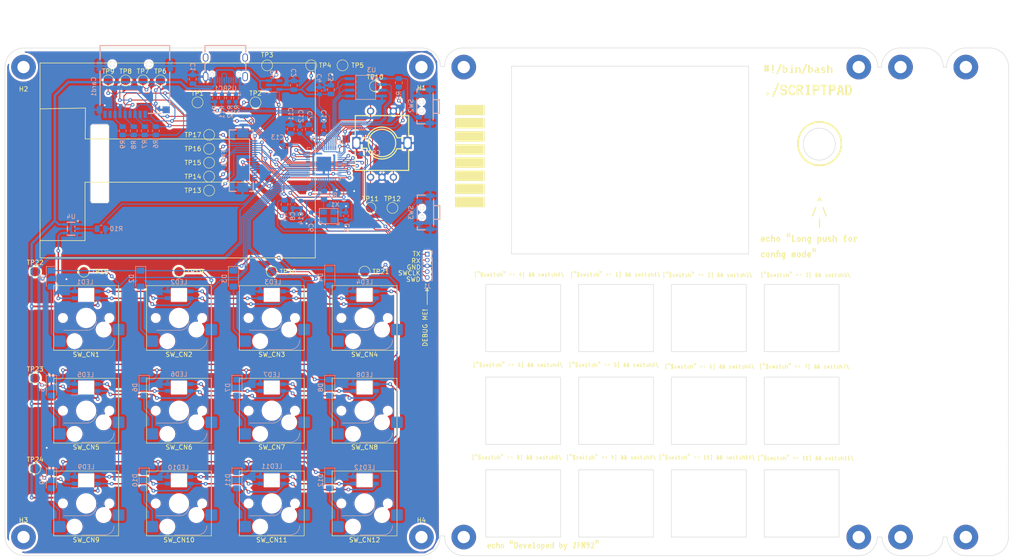
<source format=kicad_pcb>
(kicad_pcb (version 20221018) (generator pcbnew)
  (layers (0 "F.Cu" signal) (31 "B.Cu" signal) (34 "B.Paste" user) (35 "F.Paste" user) (36 "B.SilkS" user "B.Silkscreen") (37 "F.SilkS" user "F.Silkscreen") (38 "B.Mask" user) (39 "F.Mask" user) (44 "Edge.Cuts" user))
  (net 0 "")
  (net 1 "+5V")
  (net 2 "GND")
  (net 3 "+3.3V")
  (net 4 "Net-(U1-XIN)")
  (net 5 "Net-(X1-OSC2)")
  (net 6 "+1V2")
  (net 7 "KB_ROW0")
  (net 8 "Net-(D1-A)")
  (net 9 "Net-(D2-A)")
  (net 10 "Net-(D3-A)")
  (net 11 "Net-(D4-A)")
  (net 12 "KB_ROW1")
  (net 13 "Net-(D5-A)")
  (net 14 "Net-(D6-A)")
  (net 15 "Net-(D7-A)")
  (net 16 "Net-(D8-A)")
  (net 17 "KB_ROW2")
  (net 18 "Net-(D9-A)")
  (net 19 "Net-(D10-A)")
  (net 20 "Net-(D11-A)")
  (net 21 "Net-(D12-A)")
  (net 23 "LCD_DIN")
  (net 24 "LCD_CS")
  (net 25 "LCD_DC")
  (net 26 "LCD_CLK")
  (net 27 "LCD_RESET")
  (net 32 "SD_CS")
  (net 33 "SD_MOSI")
  (net 34 "Net-(LED1-DOUT)")
  (net 35 "Net-(LED1-DIN)")
  (net 36 "Net-(LED2-DOUT)")
  (net 37 "Net-(LED3-DOUT)")
  (net 38 "Net-(LED4-DOUT)")
  (net 39 "Net-(LED5-DOUT)")
  (net 40 "Net-(LED6-DOUT)")
  (net 41 "Net-(LED7-DOUT)")
  (net 42 "Net-(LED8-DOUT)")
  (net 43 "Net-(LED10-DIN)")
  (net 44 "Net-(LED10-DOUT)")
  (net 45 "Net-(LED11-DOUT)")
  (net 46 "QSPI_CS")
  (net 47 "Net-(U1-RUN)")
  (net 48 "Net-(U1-XOUT)")
  (net 49 "SD_CLK")
  (net 50 "SD_MISO")
  (net 51 "LED")
  (net 52 "ROT_1")
  (net 53 "ROT_2")
  (net 54 "ROT_SW")
  (net 55 "KB_COL0")
  (net 56 "KB_COL1")
  (net 57 "KB_COL3")
  (net 66 "USB_D-")
  (net 67 "USB_D+")
  (net 68 "QSPI_SD3")
  (net 69 "QSPI_CLK")
  (net 70 "QSPI_SD0")
  (net 71 "QSPI_SD2")
  (net 72 "QSPI_SD1")
  (net 75 "TX")
  (net 77 "RX")
  (net 82 "KB_COL2")
  (net 83 "SWCLK")
  (net 84 "SWD")
  (net 85 "Net-(USBC1-CC1)")
  (net 86 "Net-(USBC1-CC2)")
  (net 87 "/DN")
  (net 88 "/DP")
  (footprint "TestPoint:TestPoint_Pad_D2.0mm" (layer "F.Cu") (at 69.088 58.928 180)
    (fp_text reference "TP17")
    (fp_text value "TestPoint")
  )
  (footprint "Switch_Keyboard_Hotswap_Kailh:SW_Hotswap_Kailh_MX_1.00u" (layer "F.Cu") (at 62.484 119.38 180)
    (fp_text reference "SW_CN6")
    (fp_text value "CPG151101S11-16" hide)
  )
  (footprint "TestPoint:TestPoint_Pad_D2.0mm" (layer "F.Cu") (at 105.41 48.26)
    (fp_text reference "TP10")
    (fp_text value "TP_SW")
  )
  (footprint "TestPoint:TestPoint_Pad_D2.0mm" (layer "F.Cu") (at 66.548 51.816)
    (fp_text reference "TP1")
    (fp_text value "TP_USB-")
  )
  (footprint "TestPoint:TestPoint_Pad_D2.0mm" (layer "F.Cu") (at 69.088 68.072)
    (fp_text reference "TP14")
    (fp_text value "TestPoint")
  )
  (footprint "TestPoint:TestPoint_Pad_D2.0mm" (layer "F.Cu") (at 69.088 61.976 90)
    (fp_text reference "TP16")
    (fp_text value "TestPoint")
  )
  (footprint "Graphics:frontGraphics" (layer "F.Cu") (at 167.386 95.504)
    (fp_text reference "G***" hide)
    (fp_text value "LOGO" hide)
  )
  (footprint "MountingHole:MountingHole_2.7mm_M2.5_Pad" (layer "F.Cu") (at 211.328 147.066)
    (fp_text reference "H4" hide)
    (fp_text value "MountingHole")
  )
  (footprint "Switch_Keyboard_Hotswap_Kailh:SW_Hotswap_Kailh_MX_1.00u" (layer "F.Cu") (at 42.164 119.38 180)
    (fp_text reference "SW_CN5")
    (fp_text value "CPG151101S11-16" hide)
  )
  (footprint "TestPoint:TestPoint_Pad_D2.0mm" (layer "F.Cu") (at 69.088 71.12 -90)
    (fp_text reference "TP13")
    (fp_text value "TestPoint")
  )
  (footprint "" (layer "F.Cu") (at 220.472 44.069)
    (fp_text reference "")
    (fp_text value "")
  )
  (footprint "Switch_Keyboard_Hotswap_Kailh:SW_Hotswap_Kailh_MX_1.00u" (layer "F.Cu") (at 103.124 99.06 180)
    (fp_text reference "SW_CN4")
    (fp_text value "CPG151101S11-16")
  )
  (footprint "TestPoint:TestPoint_Pad_D2.0mm" (layer "F.Cu") (at 98.298 43.688)
    (fp_text reference "TP5")
    (fp_text value "TP_GND")
  )
  (footprint "Switch_Keyboard_Hotswap_Kailh:SW_Hotswap_Kailh_MX_1.00u" (layer "F.Cu") (at 82.804 119.38 180)
    (fp_text reference "SW_CN7")
    (fp_text value "CPG151101S11-16" hide)
  )
  (footprint "TestPoint:TestPoint_Pad_D2.0mm" (layer "F.Cu") (at 50.8 46.99)
    (fp_text reference "TP8")
    (fp_text value "TP_CLK")
  )
  (footprint "Switch_Keyboard_Hotswap_Kailh:SW_Hotswap_Kailh_MX_1.00u" (layer "F.Cu") (at 82.804 99.06 180)
    (fp_text reference "SW_CN3")
    (fp_text value "CPG151101S11-16" hide)
  )
  (footprint "TestPoint:TestPoint_Pad_D2.0mm" (layer "F.Cu") (at 103.124 88.9)
    (fp_text reference "TP21")
    (fp_text value "TestPoint")
  )
  (footprint "TestPoint:TestPoint_Pad_D2.0mm" (layer "F.Cu") (at 69.088 65.024 90)
    (fp_text reference "TP15")
    (fp_text value "TestPoint")
  )
  (footprint "Switch_Keyboard_Hotswap_Kailh:SW_Hotswap_Kailh_MX_1.00u" (layer "F.Cu") (at 103.124 139.7 180)
    (fp_text reference "SW_CN12")
    (fp_text value "CPG151101S11-16" hide)
  )
  (footprint "" (layer "F.Cu") (at 124.587 147.066)
    (fp_text reference "")
    (fp_text value "")
  )
  (footprint "TestPoint:TestPoint_Pad_D2.0mm" (layer "F.Cu") (at 30.988 112.268)
    (fp_text reference "TP23")
    (fp_text value "TestPoint")
  )
  (footprint "Switch_Keyboard_Hotswap_Kailh:SW_Hotswap_Kailh_MX_1.00u" (layer "F.Cu") (at 62.484 99.06 180)
    (fp_text reference "SW_CN2")
    (fp_text value "CPG151101S11-16" hide)
  )
  (footprint "TestPoint:TestPoint_Pad_D2.0mm" (layer "F.Cu") (at 54.61 46.99)
    (fp_text reference "TP7")
    (fp_text value "TP_MOSI")
  )
  (footprint "" (layer "F.Cu") (at 124.841 43.942)
    (fp_text reference "")
    (fp_text value "")
  )
  (footprint "" (layer "F.Cu") (at 220.472 147.066)
    (fp_text reference "")
    (fp_text value "")
  )
  (footprint "MountingHole:MountingHole_2.7mm_M2.5_Pad" (layer "F.Cu") (at 115.57 147.066)
    (fp_text reference "H4")
    (fp_text value "MountingHole")
  )
  (footprint "TestPoint:TestPoint_Pad_D2.0mm" (layer "F.Cu") (at 30.988 132.08)
    (fp_text reference "TP24")
    (fp_text value "TestPoint")
  )
  (footprint "" (layer "F.Cu") (at 234.775682 44.069)
    (fp_text reference "")
    (fp_text value "")
  )
  (footprint "TestPoint:TestPoint_Pad_D2.0mm" (layer "F.Cu") (at 82.804 88.9)
    (fp_text reference "TP20")
    (fp_text value "TestPoint")
  )
  (footprint "TestPoint:TestPoint_Pad_D2.0mm" (layer "F.Cu") (at 109.22 74.93)
    (fp_text reference "TP12")
    (fp_text value "TP_ROTB")
  )
  (footprint "TestPoint:TestPoint_Pad_D2.0mm" (layer "F.Cu") (at 30.988 88.9)
    (fp_text reference "TP22")
    (fp_text value "TestPoint")
  )
  (footprint "Switch_Keyboard_Hotswap_Kailh:SW_Hotswap_Kailh_MX_1.00u" (layer "F.Cu") (at 42.164 99.06 180)
    (fp_text reference "SW_CN1")
    (fp_text value "CPG151101S11-16" hide)
  )
  (footprint "" (layer "F.Cu") (at 234.775682 147.066)
    (fp_text reference "")
    (fp_text value "")
  )
  (footprint "TestPoint:TestPoint_Pad_D2.0mm" (layer "F.Cu") (at 46.99 46.99)
    (fp_text reference "TP9")
    (fp_text value "TP_MISO")
  )
  (footprint "MountingHole:MountingHole_2.7mm_M2.5_Pad" (layer "F.Cu") (at 28.448 147.066)
    (fp_text reference "H3")
    (fp_text value "MountingHole")
  )
  (footprint "MountingHole:MountingHole_2.7mm_M2.5_Pad" (layer "F.Cu") (at 28.448 44.069)
    (fp_text reference "H2")
    (fp_text value "MountingHole")
  )
  (footprint "TestPoint:TestPoint_Pad_D2.0mm" (layer "F.Cu") (at 41.656 88.9)
    (fp_text reference "TP18")
    (fp_text value "TestPoint")
  )
  (footprint "TestPoint:TestPoint_Pad_D2.0mm" (layer "F.Cu") (at 81.788 43.688)
    (fp_text reference "TP3")
    (fp_text value "TP_5V")
  )
  (footprint "TestPoint:TestPoint_Pad_D2.0mm" (layer "F.Cu") (at 62.484 88.9)
    (fp_text reference "TP19")
    (fp_text value "TestPoint")
  )
  (footprint "TestPoint:TestPoint_Pad_D2.0mm" (layer "F.Cu") (at 79.248 51.816)
    (fp_text reference "TP2")
    (fp_text value "TP_USB+")
  )
  (footprint "TestPoint:TestPoint_Pad_D2.0mm" (layer "F.Cu") (at 58.42 46.99)
    (fp_text reference "TP6")
    (fp_text value "TP_CS")
  )
  (footprint "Switch_Keyboard_Hotswap_Kailh:SW_Hotswap_Kailh_MX_1.00u" (layer "F.Cu") (at 62.484 139.7 180)
    (fp_text reference "SW_CN10")
    (fp_text value "CPG151101S11-16" hide)
  )
  (footprint "TestPoint:TestPoint_Pad_D2.0mm" (layer "F.Cu") (at 91.44 43.688)
    (fp_text reference "TP4")
    (fp_text value "TP_3.3V")
  )
  (footprint "TestPoint:TestPoint_Pad_D2.0mm" (layer "F.Cu") (at 104.394 74.93)
    (fp_text reference "TP11")
    (fp_text value "TP_ROTA")
  )
  (footprint "" (layer "F.Cu") (at 211.328 44.196)
    (fp_text reference "")
    (fp_text value "")
  )
  (footprint "MountingHole:MountingHole_2.7mm_M2.5_Pad" (layer "F.Cu") (at 115.57 44.069)
    (fp_text reference "H1")
    (fp_text value "MountingHole")
  )
  (footprint "easyeda2kicad:SW-TH_CTR_ED11301M-FB12A4.0-C20-102-G219" (layer "F.Cu") (at 106.934 60.96)
    (fp_text reference "SW1" hide)
    (fp_text value "ED11301M-FB12A4.0-C20-102-G219")
  )
  (footprint "Switch_Keyboard_Hotswap_Kailh:SW_Hotswap_Kailh_MX_1.00u" (layer "F.Cu") (at 42.164 139.7 180)
    (fp_text reference "SW_CN9")
    (fp_text value "CPG151101S11-16" hide)
  )
  (footprint "Switch_Keyboard_Hotswap_Kailh:SW_Hotswap_Kailh_MX_1.00u" (layer "F.Cu") (at 82.804 139.7 180)
    (fp_text reference "SW_CN11")
    (fp_text value "CPG151101S11-16" hide)
  )
  (footprint "Switch_Keyboard_Hotswap_Kailh:SW_Hotswap_Kailh_MX_1.00u" (layer "F.Cu") (at 103.124 119.38 180)
    (fp_text reference "SW_CN8")
    (fp_text value "CPG151101S11-16" hide)
  )
  (footprint "Resistor_SMD:R_0805_2012Metric" (layer "B.Cu") (at 94.234 72.136 90)
    (fp_text reference "R5" hide)
    (fp_text value "1k" hide)
  )
  (footprint "easyeda2kicad:SW-SMD_TS365CA" (layer "B.Cu") (at 116.2045 52.705 90)
    (fp_text reference "SW2")
    (fp_text value "TS365CA")
  )
  (footprint "Resistor_SMD:R_0603_1608Metric" (layer "B.Cu") (at 70.358 50.8386 -90)
    (fp_text reference "R1")
    (fp_text value "5.1K")
  )
  (footprint "easyeda2kicad:LED-SMD_4P-L3.2-W2.8_SK6812MINI-EA" (layer "B.Cu") (at 42.164 134.62 180)
    (fp_text reference "LED9")
    (fp_text value "SK6812MINI-EA" hide)
    (fp_line (start -1.778 1.397) (end -1.778 -1.397) (stroke (width 0.05)) (layer "Edge.Cuts"))
    (fp_line (start -1.651 -1.524) (end 1.651 -1.524) (stroke (width 0.05)) (layer "Edge.Cuts"))
    (fp_line (start -1.651 1.524) (end 1.651 1.524) (stroke (width 0.05)) (layer "Edge.Cuts"))
    (fp_line (start 1.778 1.397) (end 1.778 -1.397) (stroke (width 0.05)) (layer "Edge.Cuts"))
    (fp_arc (start -1.778 -1.397) (mid -1.740803 -1.486803) (end -1.651 -1.524) (stroke (width 0.05)) (layer "Edge.Cuts"))
    (fp_arc (start -1.651 1.524) (mid -1.740803 1.486803) (end -1.778 1.397) (stroke (width 0.05)) (layer "Edge.Cuts"))
    (fp_arc (start 1.651 -1.524) (mid 1.740803 -1.486803) (end 1.778 -1.397) (stroke (width 0.05)) (layer "Edge.Cuts"))
    (fp_arc (start 1.778 1.397) (mid 1.740803 1.486803) (end 1.651 1.524) (stroke (width 0.05)) (layer "Edge.Cuts"))
  )
  (footprint "Diode_SMD:D_MiniMELF" (layer "B.Cu") (at 95.504 134.62 -90)
    (fp_text reference "D12")
    (fp_text value "LL4148" hide)
  )
  (footprint "easyeda2kicad:LED-SMD_4P-L3.2-W2.8_SK6812MINI-EA" (layer "B.Cu") (at 103.124 114.3 180)
    (fp_text reference "LED8")
    (fp_text value "SK6812MINI-EA" hide)
    (fp_line (start -1.778 1.397) (end -1.778 -1.397) (stroke (width 0.05)) (layer "Edge.Cuts"))
    (fp_line (start -1.651 -1.524) (end 1.651 -1.524) (stroke (width 0.05)) (layer "Edge.Cuts"))
    (fp_line (start -1.651 1.524) (end 1.651 1.524) (stroke (width 0.05)) (layer "Edge.Cuts"))
    (fp_line (start 1.778 1.397) (end 1.778 -1.397) (stroke (width 0.05)) (layer "Edge.Cuts"))
    (fp_arc (start -1.778 -1.397) (mid -1.740803 -1.486803) (end -1.651 -1.524) (stroke (width 0.05)) (layer "Edge.Cuts"))
    (fp_arc (start -1.651 1.524) (mid -1.740803 1.486803) (end -1.778 1.397) (stroke (width 0.05)) (layer "Edge.Cuts"))
    (fp_arc (start 1.651 -1.524) (mid 1.740803 -1.486803) (end 1.778 -1.397) (stroke (width 0.05)) (layer "Edge.Cuts"))
    (fp_arc (start 1.778 1.397) (mid 1.740803 1.486803) (end 1.651 1.524) (stroke (width 0.05)) (layer "Edge.Cuts"))
  )
  (footprint "easyeda2kicad:SW-SMD_TS365CA" (layer "B.Cu") (at 116.297 75.93 90)
    (fp_text reference "SW3")
    (fp_text value "TS365CA")
  )
  (footprint "Capacitor_SMD:C_0603_1608Metric" (layer "B.Cu") (at 91.44 76.708 -90)
    (fp_text reference "C6")
    (fp_text value "12pF" hide)
  )
  (footprint "easyeda2kicad:SOT-753_L3.1-W1.7-P0.95-LS3.0-BL" (layer "B.Cu") (at 38.862 79.502 -90)
    (fp_text reference "U4")
    (fp_text value "74HCT1G125GV,125" hide)
  )
  (footprint "Resistor_SMD:R_0805_2012Metric" (layer "B.Cu") (at 52.578 58.039 90)
    (fp_text reference "R8")
    (fp_text value "10K" hide)
  )
  (footprint "Resistor_SMD:R_0805_2012Metric" (layer "B.Cu") (at 54.991 58.039 90)
    (fp_text reference "R7")
    (fp_text value "10K" hide)
  )
  (footprint "easyeda2kicad:LED-SMD_4P-L3.2-W2.8_SK6812MINI-EA" (layer "B.Cu") (at 42.164 93.98 180)
    (fp_text reference "LED1")
    (fp_text value "SK6812MINI-EA" hide)
    (fp_line (start -1.778 1.397) (end -1.778 -1.397) (stroke (width 0.05)) (layer "Edge.Cuts"))
    (fp_line (start -1.651 -1.524) (end 1.651 -1.524) (stroke (width 0.05)) (layer "Edge.Cuts"))
    (fp_line (start -1.651 1.524) (end 1.651 1.524) (stroke (width 0.05)) (layer "Edge.Cuts"))
    (fp_line (start 1.778 1.397) (end 1.778 -1.397) (stroke (width 0.05)) (layer "Edge.Cuts"))
    (fp_arc (start -1.778 -1.397) (mid -1.740803 -1.486803) (end -1.651 -1.524) (stroke (width 0.05)) (layer "Edge.Cuts"))
    (fp_arc (start -1.651 1.524) (mid -1.740803 1.486803) (end -1.778 1.397) (stroke (width 0.05)) (layer "Edge.Cuts"))
    (fp_arc (start 1.651 -1.524) (mid 1.740803 -1.486803) (end 1.778 -1.397) (stroke (width 0.05)) (layer "Edge.Cuts"))
    (fp_arc (start 1.778 1.397) (mid 1.740803 1.486803) (end 1.651 1.524) (stroke (width 0.05)) (layer "Edge.Cuts"))
  )
  (footprint "Connector_PinHeader_1.27mm:PinHeader_1x05_P1.27mm_Vertical" (layer "B.Cu") (at 116.84 85.09 180)
    (fp_text reference "J1")
    (fp_text value "Conn_01x05_Pin")
  )
  (footprint "easyeda2kicad:LED-SMD_4P-L3.2-W2.8_SK6812MINI-EA" (layer "B.Cu") (at 103.124 93.98 180)
    (fp_text reference "LED4")
    (fp_text value "SK6812MINI-EA")
    (fp_line (start -1.778 1.397) (end -1.778 -1.397) (stroke (width 0.05)) (layer "Edge.Cuts"))
    (fp_line (start -1.651 -1.524) (end 1.651 -1.524) (stroke (width 0.05)) (layer "Edge.Cuts"))
    (fp_line (start -1.651 1.524) (end 1.651 1.524) (stroke (width 0.05)) (layer "Edge.Cuts"))
    (fp_line (start 1.778 1.397) (end 1.778 -1.397) (stroke (width 0.05)) (layer "Edge.Cuts"))
    (fp_arc (start -1.778 -1.397) (mid -1.740803 -1.486803) (end -1.651 -1.524) (stroke (width 0.05)) (layer "Edge.Cuts"))
    (fp_arc (start -1.651 1.524) (mid -1.740803 1.486803) (end -1.778 1.397) (stroke (width 0.05)) (layer "Edge.Cuts"))
    (fp_arc (start 1.651 -1.524) (mid 1.740803 -1.486803) (end 1.778 -1.397) (stroke (width 0.05)) (layer "Edge.Cuts"))
    (fp_arc (start 1.778 1.397) (mid 1.740803 1.486803) (end 1.651 1.524) (stroke (width 0.05)) (layer "Edge.Cuts"))
  )
  (footprint "Capacitor_SMD:C_0805_2012Metric" (layer "B.Cu") (at 65.532 46.736 90)
    (fp_text reference "C1")
    (fp_text value "10uF" hide)
  )
  (footprint "Diode_SMD:D_MiniMELF" (layer "B.Cu") (at 34.544 134.62 -90)
    (fp_text reference "D9")
    (fp_text value "LL4148" hide)
  )
  (footprint "Capacitor_SMD:C_0603_1608Metric" (layer "B.Cu") (at 87.376 74.168 -90)
    (fp_text reference "C8")
    (fp_text value "100n" hide)
  )
  (footprint "easyeda2kicad:TF-SMD_XKTF-015-N" (layer "B.Cu") (at 52.83 49.134)
    (fp_text reference "Card1")
    (fp_text value "XKTF-015-N" hide)
  )
  (footprint "easyeda2kicad:LED-SMD_4P-L3.2-W2.8_SK6812MINI-EA" (layer "B.Cu") (at 42.164 114.3 180)
    (fp_text reference "LED5")
    (fp_text value "SK6812MINI-EA" hide)
    (fp_line (start -1.778 1.397) (end -1.778 -1.397) (stroke (width 0.05)) (layer "Edge.Cuts"))
    (fp_line (start -1.651 -1.524) (end 1.651 -1.524) (stroke (width 0.05)) (layer "Edge.Cuts"))
    (fp_line (start -1.651 1.524) (end 1.651 1.524) (stroke (width 0.05)) (layer "Edge.Cuts"))
    (fp_line (start 1.778 1.397) (end 1.778 -1.397) (stroke (width 0.05)) (layer "Edge.Cuts"))
    (fp_arc (start -1.778 -1.397) (mid -1.740803 -1.486803) (end -1.651 -1.524) (stroke (width 0.05)) (layer "Edge.Cuts"))
    (fp_arc (start -1.651 1.524) (mid -1.740803 1.486803) (end -1.778 1.397) (stroke (width 0.05)) (layer "Edge.Cuts"))
    (fp_arc (start 1.651 -1.524) (mid 1.740803 -1.486803) (end 1.778 -1.397) (stroke (width 0.05)) (layer "Edge.Cuts"))
    (fp_arc (start 1.778 1.397) (mid 1.740803 1.486803) (end 1.651 1.524) (stroke (width 0.05)) (layer "Edge.Cuts"))
  )
  (footprint "easyeda2kicad:LED-SMD_4P-L3.2-W2.8_SK6812MINI-EA" (layer "B.Cu") (at 62.484 114.3 180)
    (fp_text reference "LED6")
    (fp_text value "SK6812MINI-EA" hide)
    (fp_line (start -1.778 1.397) (end -1.778 -1.397) (stroke (width 0.05)) (layer "Edge.Cuts"))
    (fp_line (start -1.651 -1.524) (end 1.651 -1.524) (stroke (width 0.05)) (layer "Edge.Cuts"))
    (fp_line (start -1.651 1.524) (end 1.651 1.524) (stroke (width 0.05)) (layer "Edge.Cuts"))
    (fp_line (start 1.778 1.397) (end 1.778 -1.397) (stroke (width 0.05)) (layer "Edge.Cuts"))
    (fp_arc (start -1.778 -1.397) (mid -1.740803 -1.486803) (end -1.651 -1.524) (stroke (width 0.05)) (layer "Edge.Cuts"))
    (fp_arc (start -1.651 1.524) (mid -1.740803 1.486803) (end -1.778 1.397) (stroke (width 0.05)) (layer "Edge.Cuts"))
    (fp_arc (start 1.651 -1.524) (mid 1.740803 -1.486803) (end 1.778 -1.397) (stroke (width 0.05)) (layer "Edge.Cuts"))
    (fp_arc (start 1.778 1.397) (mid 1.740803 1.486803) (end 1.651 1.524) (stroke (width 0.05)) (layer "Edge.Cuts"))
  )
  (footprint "Capacitor_SMD:C_0805_2012Metric" (layer "B.Cu") (at 90.932 57.658 90)
    (fp_text reference "C7")
    (fp_text value "2u2" hide)
  )
  (footprint "easyeda2kicad:OSC-SMD_4P-L3.2-W2.5-BL" (layer "B.Cu") (at 95.25 76.708 180)
    (fp_text reference "X1")
    (fp_text value "X322512MSB4SI" hide)
  )
  (footprint "Capacitor_SMD:C_0805_2012Metric" (layer "B.Cu") (at 95.758 49.022 90)
    (fp_text reference "C3")
    (fp_text value "2u2" hide)
  )
  (footprint "Capacitor_SMD:C_0603_1608Metric" (layer "B.Cu") (at 99.06 76.708 90)
    (fp_text reference "C5")
    (fp_text value "12pF" hide)
  )
  (footprint "Capacitor_SMD:C_0805_2012Metric" (layer "B.Cu") (at 87.63 48.072 90)
    (fp_text reference "C2")
    (fp_text value "10uF" hide)
  )
  (footprint "easyeda2kicad:LED-SMD_4P-L3.2-W2.8_SK6812MINI-EA" (layer "B.Cu") (at 103.124 134.62 180)
    (fp_text reference "LED12")
    (fp_text value "SK6812MINI-EA" hide)
    (fp_line (start -1.778 1.397) (end -1.778 -1.397) (stroke (width 0.05)) (layer "Edge.Cuts"))
    (fp_line (start -1.651 -1.524) (end 1.651 -1.524) (stroke (width 0.05)) (layer "Edge.Cuts"))
    (fp_line (start -1.651 1.524) (end 1.651 1.524) (stroke (width 0.05)) (layer "Edge.Cuts"))
    (fp_line (start 1.778 1.397) (end 1.778 -1.397) (stroke (width 0.05)) (layer "Edge.Cuts"))
    (fp_arc (start -1.778 -1.397) (mid -1.740803 -1.486803) (end -1.651 -1.524) (stroke (width 0.05)) (layer "Edge.Cuts"))
    (fp_arc (start -1.651 1.524) (mid -1.740803 1.486803) (end -1.778 1.397) (stroke (width 0.05)) (layer "Edge.Cuts"))
    (fp_arc (start 1.651 -1.524) (mid 1.740803 -1.486803) (end 1.778 -1.397) (stroke (width 0.05)) (layer "Edge.Cuts"))
    (fp_arc (start 1.778 1.397) (mid 1.740803 1.486803) (end 1.651 1.524) (stroke (width 0.05)) (layer "Edge.Cuts"))
  )
  (footprint "Resistor_SMD:R_0603_1608Metric" (layer "B.Cu") (at 74.9554 50.8254 -90)
    (fp_text reference "R2")
    (fp_text value "5.1K")
  )
  (footprint "Capacitor_SMD:C_0805_2012Metric" (layer "B.Cu") (at 86.9696 57.658 90)
    (fp_text reference "C11")
    (fp_text value "2u2" hide)
  )
  (footprint "easyeda2kicad:LED-SMD_4P-L3.2-W2.8_SK6812MINI-EA" (layer "B.Cu") (at 62.484 134.62 180)
    (fp_text reference "LED10")
    (fp_text value "SK6812MINI-EA" hide)
    (fp_line (start -1.778 1.397) (end -1.778 -1.397) (stroke (width 0.05)) (layer "Edge.Cuts"))
    (fp_line (start -1.651 -1.524) (end 1.651 -1.524) (stroke (width 0.05)) (layer "Edge.Cuts"))
    (fp_line (start -1.651 1.524) (end 1.651 1.524) (stroke (width 0.05)) (layer "Edge.Cuts"))
    (fp_line (start 1.778 1.397) (end 1.778 -1.397) (stroke (width 0.05)) (layer "Edge.Cuts"))
    (fp_arc (start -1.778 -1.397) (mid -1.740803 -1.486803) (end -1.651 -1.524) (stroke (width 0.05)) (layer "Edge.Cuts"))
    (fp_arc (start -1.651 1.524) (mid -1.740803 1.486803) (end -1.778 1.397) (stroke (width 0.05)) (layer "Edge.Cuts"))
    (fp_arc (start 1.651 -1.524) (mid 1.740803 -1.486803) (end 1.778 -1.397) (stroke (width 0.05)) (layer "Edge.Cuts"))
    (fp_arc (start 1.778 1.397) (mid 1.740803 1.486803) (end 1.651 1.524) (stroke (width 0.05)) (layer "Edge.Cuts"))
  )
  (footprint "Diode_SMD:D_MiniMELF" (layer "B.Cu") (at 54.864 134.62 -90)
    (fp_text reference "D10")
    (fp_text value "LL4148" hide)
  )
  (footprint "Capacitor_SMD:C_0603_1608Metric" (layer "B.Cu") (at 89.154 74.168 -90)
    (fp_text reference "C14")
    (fp_text value "100n" hide)
  )
  (footprint "easyeda2kicad:USB-C_SMD-TYPE-C-31-M-12" (layer "B.Cu") (at 72.644 44.45)
    (fp_text reference "USBC1")
    (fp_text value "TYPE-C-31-M-12")
  )
  (footprint "Diode_SMD:D_MiniMELF" (layer "B.Cu") (at 95.504 90.17 -90)
    (fp_text reference "D4")
    (fp_text value "LL4148")
  )
  (footprint "Capacitor_SMD:C_0603_1608Metric" (layer "B.Cu") (at 94.234 57.912 90)
    (fp_text reference "C10")
    (fp_text value "100n" hide)
  )
  (footprint "Diode_SMD:D_MiniMELF" (layer "B.Cu") (at 75.184 134.62 -90)
    (fp_text reference "D11")
    (fp_text value "LL4148")
  )
  (footprint "Diode_SMD:D_MiniMELF" (layer "B.Cu") (at 54.102 90.424 -90)
    (fp_text reference "D2")
    (fp_text value "LL4148" hide)
  )
  (footprint "Diode_SMD:D_MiniMELF" (layer "B.Cu") (at 75.184 114.3 -90)
    (fp_text reference "D7")
    (fp_text value "LL4148" hide)
  )
  (footprint "Resistor_SMD:R_0805_2012Metric" (layer "B.Cu") (at 110.617 47.498 90)
    (fp_text reference "R3")
    (fp_text value "1k" hide)
  )
  (footprint "Diode_SMD:D_MiniMELF" (layer "B.Cu") (at 74.422 90.424 -90)
    (fp_text reference "D3")
    (fp_text value "LL4148")
  )
  (footprint "Package_DFN_QFN:QFN-56-1EP_7x7mm_P0.4mm_EP3.2x3.2mm" (layer "B.Cu") (at 94.196 65.316 180)
    (fp_text reference "U1")
    (fp_text value "RP2040" hide)
  )
  (footprint "Capacitor_SMD:C_0603_1608Metric" (layer "B.Cu") (at 86.106 61.087 180)
    (fp_text reference "C13")
    (fp_text value "100n" hide)
  )
  (footprint "Diode_SMD:D_MiniMELF" (layer "B.Cu") (at 34.544 114.3 -90)
    (fp_text reference "D5")
    (fp_text value "LL4148" hide)
  )
  (footprint "Capacitor_SMD:C_0603_1608Metric" (layer "B.Cu") (at 103.124 63.119)
    (fp_text reference "C9")
    (fp_text value "100n" hide)
  )
  (footprint "easyeda2kicad:LED-SMD_4P-L3.2-W2.8_SK6812MINI-EA" (layer "B.Cu") (at 82.804 114.3 180)
    (fp_text reference "LED7")
    (fp_text value "SK6812MINI-EA" hide)
    (fp_line (start -1.778 1.397) (end -1.778 -1.397) (stroke (width 0.05)) (layer "Edge.Cuts"))
    (fp_line (start -1.651 -1.524) (end 1.651 -1.524) (stroke (width 0.05)) (layer "Edge.Cuts"))
    (fp_line (start -1.651 1.524) (end 1.651 1.524) (stroke (width 0.05)) (layer "Edge.Cuts"))
    (fp_line (start 1.778 1.397) (end 1.778 -1.397) (stroke (width 0.05)) (layer "Edge.Cuts"))
    (fp_arc (start -1.778 -1.397) (mid -1.740803 -1.486803) (end -1.651 -1.524) (stroke (width 0.05)) (layer "Edge.Cuts"))
    (fp_arc (start -1.651 1.524) (mid -1.740803 1.486803) (end -1.778 1.397) (stroke (width 0.05)) (layer "Edge.Cuts"))
    (fp_arc (start 1.651 -1.524) (mid 1.740803 -1.486803) (end 1.778 -1.397) (stroke (width 0.05)) (layer "Edge.Cuts"))
    (fp_arc (start 1.778 1.397) (mid 1.740803 1.486803) (end 1.651 1.524) (stroke (width 0.05)) (layer "Edge.Cuts"))
  )
  (footprint "easyeda2kicad:FPC-SMD_18P-P0.50_FPC-05F-18PH20" (layer "B.Cu") (at 77.724 64.516 90)
    (fp_text reference "FPC1")
    (fp_text value "FPC-05F-18PH20")
  )
  (footprint "Diode_SMD:D_MiniMELF" (layer "B.Cu") (at 34.544 90.424 -90)
    (fp_text reference "D1")
    (fp_text value "LL4148" hide)
  )
  (footprint "easyeda2kicad:LED-SMD_4P-L3.2-W2.8_SK6812MINI-EA" (layer "B.Cu") (at 62.484 93.98 180)
    (fp_text reference "LED2")
    (fp_text value "SK6812MINI-EA" hide)
    (fp_line (start -1.778 1.397) (end -1.778 -1.397) (stroke (width 0.05)) (layer "Edge.Cuts"))
    (fp_line (start -1.651 -1.524) (end 1.651 -1.524) (stroke (width 0.05)) (layer "Edge.Cuts"))
    (fp_line (start -1.651 1.524) (end 1.651 1.524) (stroke (width 0.05)) (layer "Edge.Cuts"))
    (fp_line (start 1.778 1.397) (end 1.778 -1.397) (stroke (width 0.05)) (layer "Edge.Cuts"))
    (fp_arc (start -1.778 -1.397) (mid -1.740803 -1.486803) (end -1.651 -1.524) (stroke (width 0.05)) (layer "Edge.Cuts"))
    (fp_arc (start -1.651 1.524) (mid -1.740803 1.486803) (end -1.778 1.397) (stroke (width 0.05)) (layer "Edge.Cuts"))
    (fp_arc (start 1.651 -1.524) (mid 1.740803 -1.486803) (end 1.778 -1.397) (stroke (width 0.05)) (layer "Edge.Cuts"))
    (fp_arc (start 1.778 1.397) (mid 1.740803 1.486803) (end 1.651 1.524) (stroke (width 0.05)) (layer "Edge.Cuts"))
  )
  (footprint "Package_TO_SOT_SMD:SOT-23-5" (layer "B.Cu") (at 83.312 48.006)
    (fp_text reference "U2")
    (fp_text value "AP2112K-3.3" hide)
  )
  (footprint "Diode_SMD:D_MiniMELF" (layer "B.Cu") (at 95.504 114.3 -90)
    (fp_text reference "D8")
    (fp_text value "LL4148" hide)
  )
  (footprint "Resistor_SMD:R_0603_1608Metric" (layer "B.Cu") (at 73.406 50.8254 -90)
    (fp_text reference "R12")
    (fp_text value "22")
  )
  (footprint "Resistor_SMD:R_0805_2012Metric" (layer "B.Cu") (at 85.598 74.181 90)
    (fp_text reference "R4")
    (fp_text value "10k" hide)
  )
  (footprint "Resistor_SMD:R_0603_1608Metric" (layer "B.Cu") (at 71.882 50.8254 -90)
    (fp_text reference "R11")
    (fp_text value "22")
  )
  (footprint "easyeda2kicad:SOIC-8_L5.3-W5.3-P1.27-LS8.0-BL" (layer "B.Cu") (at 103.378 48.514 -90)
    (fp_text reference "U3")
    (fp_text value "W25Q32JVZP")
  )
  (footprint "Capacitor_SMD:C_0603_1608Metric" (layer "B.Cu") (at 88.9508 57.8612 90)
    (fp_text reference "C12")
    (fp_text value "100n" hide)
  )
  (footprint "Resistor_SMD:R_0805_2012Metric" (layer "B.Cu") (at 50.165 58.039 90)
    (fp_text reference "R9")
    (fp_text value "10K" hide)
  )
  (footprint "easyeda2kicad:LED-SMD_4P-L3.2-W2.8_SK6812MINI-EA" (layer "B.Cu") (at 82.804 134.62 180)
    (fp_text reference "LED11")
    (fp_text value "SK6812MINI-EA" hide)
    (fp_line (start -1.778 1.397) (end -1.778 -1.397) (stroke (width 0.05)) (layer "Edge.Cuts"))
    (fp_line (start -1.651 -1.524) (end 1.651 -1.524) (stroke (width 0.05)) (layer "Edge.Cuts"))
    (fp_line (start -1.651 1.524) (end 1.651 1.524) (stroke (width 0.05)) (layer "Edge.Cuts"))
    (fp_line (start 1.778 1.397) (end 1.778 -1.397) (stroke (width 0.05)) (layer "Edge.Cuts"))
    (fp_arc (start -1.778 -1.397) (mid -1.740803 -1.486803) (end -1.651 -1.524) (stroke (width 0.05)) (layer "Edge.Cuts"))
    (fp_arc (start -1.651 1.524) (mid -1.740803 1.486803) (end -1.778 1.397) (stroke (width 0.05)) (layer "Edge.Cuts"))
    (fp_arc (start 1.651 -1.524) (mid 1.740803 -1.486803) (end 1.778 -1.397) (stroke (width 0.05)) (layer "Edge.Cuts"))
    (fp_arc (start 1.778 1.397) (mid 1.740803 1.486803) (end 1.651 1.524) (stroke (width 0.05)) (layer "Edge.Cuts"))
  )
  (footprint "Resistor_SMD:R_0805_2012Metric" (layer "B.Cu") (at 57.404 58.039 90)
    (fp_text reference "R6")
    (fp_text value "10K" hide)
  )
  (footprint "easyeda2kicad:LED-SMD_4P-L3.2-W2.8_SK6812MINI-EA" (layer "B.Cu") (at 82.804 93.98 180)
    (fp_text reference "LED3")
    (fp_text value "SK6812MINI-EA" hide)
    (fp_line (start -1.778 1.397) (end -1.778 -1.397) (stroke (width 0.05)) (layer "Edge.Cuts"))
    (fp_line (start -1.651 -1.524) (end 1.651 -1.524) (stroke (width 0.05)) (layer "Edge.Cuts"))
    (fp_line (start -1.651 1.524) (end 1.651 1.524) (stroke (width 0.05)) (layer "Edge.Cuts"))
    (fp_line (start 1.778 1.397) (end 1.778 -1.397) (stroke (width 0.05)) (layer "Edge.Cuts"))
    (fp_arc (start -1.778 -1.397) (mid -1.740803 -1.486803) (end -1.651 -1.524) (stroke (width 0.05)) (layer "Edge.Cuts"))
    (fp_arc (start -1.651 1.524) (mid -1.740803 1.486803) (end -1.778 1.397) (stroke (width 0.05)) (layer "Edge.Cuts"))
    (fp_arc (start 1.651 -1.524) (mid 1.740803 -1.486803) (end 1.778 -1.397) (stroke (width 0.05)) (layer "Edge.Cuts"))
    (fp_arc (start 1.778 1.397) (mid 1.740803 1.486803) (end 1.651 1.524) (stroke (width 0.05)) (layer "Edge.Cuts"))
  )
  (footprint "Capacitor_SMD:C_0603_1608Metric" (layer "B.Cu") (at 93.218 49.276 90)
    (fp_text reference "C4")
    (fp_text value "100n" hide)
  )
  (footprint "Resistor_SMD:R_0805_2012Metric" (layer "B.Cu") (at 45.466 79.502)
    (fp_text reference "R10")
    (fp_text value "10k" hide)
  )
  (footprint "Diode_SMD:D_MiniMELF" (layer "B.Cu") (at 54.864 114.3 -90)
    (fp_text reference "D6")
    (fp_text value "LL4148" hide)
  )
  (gr_line (start 116.459 93.091) (end 117.094 93.091) (stroke (width 0.15)) (layer "F.SilkS"))
  (gr_line (start 77.949 69.28) (end 77.949 59.84) (stroke (width 0.15)) (layer "F.SilkS"))
  (gr_line (start 41.904 82.09) (end 41.909 69.3) (stroke (width 0.15)) (layer "F.SilkS"))
  (gr_line (start 41.949 59.82) (end 42.009 53.05) (stroke (width 0.15)) (layer "F.SilkS"))
  (gr_line (start 41.909 69.3) (end 77.949 69.28) (stroke (width 0.15)) (layer "F.SilkS"))
  (gr_line (start 117.094 93.091) (end 116.84 92.456) (stroke (width 0.15)) (layer "F.SilkS"))
  (gr_line (start 116.84 92.456) (end 116.84 96.139) (stroke (width 0.15)) (layer "F.SilkS"))
  (gr_line (start 42.009 53.05) (end 32.109 53.22) (stroke (width 0.15)) (layer "F.SilkS"))
  (gr_line (start 77.949 59.84) (end 41.949 59.82) (stroke (width 0.15)) (layer "F.SilkS"))
  (gr_line (start 32.004 82.09) (end 41.904 82.09) (stroke (width 0.15)) (layer "F.SilkS"))
  (gr_line (start 116.84 92.456) (end 116.459 93.091) (stroke (width 0.15)) (layer "F.SilkS"))
  (gr_rect (start 32.069 43.18) (end 92.329 85.9) (stroke (width 0.15)) (fill none) (layer "F.SilkS"))
  (gr_rect (start 190.627 112.014) (end 207.01 126.746) (stroke (width 0.1)) (fill none) (layer "Edge.Cuts"))
  (gr_arc (start 43.61679 73.87879) (mid 43.25759 73.729996) (end 43.10879 73.37079) (stroke (width 0.1)) (layer "Edge.Cuts"))
  (gr_arc (start 220.472 151.13) (mid 217.598318 149.939682) (end 216.408 147.066) (stroke (width 0.1)) (layer "Edge.Cuts"))
  (gr_rect (start 190.627 91.694) (end 207.01 106.426) (stroke (width 0.1)) (fill none) (layer "Edge.Cuts"))
  (gr_arc (start 244.094 147.066) (mid 242.903682 149.939682) (end 240.03 151.13) (stroke (width 0.1)) (layer "Edge.Cuts"))
  (gr_rect (start 170.307 112.014) (end 186.69 126.746) (stroke (width 0.1)) (fill none) (layer "Edge.Cuts"))
  (gr_line (start 119.633999 146.812) (end 120.65 146.812) (stroke (width 0.1)) (layer "Edge.Cuts"))
  (gr_line (start 220.472 151.13) (end 225.726318 151.13) (stroke (width 0.1)) (layer "Edge.Cuts"))
  (gr_arc (start 124.841 151.13) (mid 121.877515 149.902485) (end 120.65 146.939) (stroke (width 0.1)) (layer "Edge.Cuts"))
  (gr_arc (start 215.392 147.066) (mid 214.201682 149.939682) (end 211.328 151.13) (stroke (width 0.1)) (layer "Edge.Cuts"))
  (gr_line (start 215.519 44.069) (end 216.281 44.069) (stroke (width 0.1)) (layer "Edge.Cuts"))
  (gr_rect (start 149.987 132.334) (end 166.37 147.066) (stroke (width 0.1)) (fill none) (layer "Edge.Cuts"))
  (gr_arc (start 47.17279 73.37079) (mid 47.024003 73.730003) (end 46.66479 73.87879) (stroke (width 0.1)) (layer "Edge.Cuts"))
  (gr_arc (start 24.384 43.942) (mid 25.706889 41.018344) (end 28.70965 39.886432) (stroke (width 0.1)) (layer "Edge.Cuts"))
  (gr_rect (start 149.987 112.014) (end 166.37 126.746) (stroke (width 0.1)) (fill none) (layer "Edge.Cuts"))
  (gr_line (start 124.841 151.13) (end 211.328 151.13) (stroke (width 0.1)) (layer "Edge.Cuts"))
  (gr_rect (start 149.987 91.694) (end 166.37 106.426) (stroke (width 0.1)) (fill none) (layer "Edge.Cuts"))
  (gr_line (start 115.443 39.878001) (end 28.70965 39.886432) (stroke (width 0.1)) (layer "Edge.Cuts"))
  (gr_line (start 24.384 43.942) (end 24.386419 146.775887) (stroke (width 0.1)) (layer "Edge.Cuts"))
  (gr_arc (start 119.633999 146.812) (mid 118.497929 149.816646) (end 115.57 151.137929) (stroke (width 0.1)) (layer "Edge.Cuts"))
  (gr_line (start 229.827515 44.069) (end 230.584682 44.069) (stroke (width 0.1)) (layer "Edge.Cuts"))
  (gr_line (start 124.587 39.878001) (end 211.328 39.878) (stroke (width 0.1)) (layer "Edge.Cuts"))
  (gr_arc (start 43.10879 57.11479) (mid 43.257583 56.755583) (end 43.61679 56.60679) (stroke (width 0.1)) (layer "Edge.Cuts"))
  (gr_arc (start 230.584682 44.069) (mid 231.812197 41.105515) (end 234.775682 39.878) (stroke (width 0.1)) (layer "Edge.Cuts"))
  (gr_line (start 120.65 146.812) (end 120.65 146.939) (stroke (width 0.1)) (layer "Edge.Cuts"))
  (gr_rect (start 170.307 132.334) (end 186.69 147.066) (stroke (width 0.1)) (fill none) (layer "Edge.Cuts"))
  (gr_line (start 234.775682 151.13) (end 240.03 151.13) (stroke (width 0.1)) (layer "Edge.Cuts"))
  (gr_line (start 43.61679 73.87879) (end 46.66479 73.87879) (stroke (width 0.1)) (layer "Edge.Cuts"))
  (gr_arc (start 28.702 151.129999) (mid 25.642444 149.846729) (end 24.386419 146.775887) (stroke (width 0.1)) (layer "Edge.Cuts"))
  (gr_rect (start 129.667 91.694) (end 146.05 106.426) (stroke (width 0.1)) (fill none) (layer "Edge.Cuts"))
  (gr_line (start 244.131197 44.069) (end 244.094 147.066) (stroke (width 0.1)) (layer "Edge.Cuts"))
  (gr_rect (start 190.627 132.334) (end 207.01 147.066) (stroke (width 0.1)) (fill none) (layer "Edge.Cuts"))
  (gr_line (start 234.775682 39.878) (end 239.940197 39.878) (stroke (width 0.1)) (layer "Edge.Cuts"))
  (gr_arc (start 46.66479 56.60679) (mid 47.02401 56.755576) (end 47.17279 57.11479) (stroke (width 0.1)) (layer "Edge.Cuts"))
  (gr_arc (start 229.790318 147.066) (mid 228.6 149.939682) (end 225.726318 151.13) (stroke (width 0.1)) (layer "Edge.Cuts"))
  (gr_line (start 119.760743 43.933815) (end 120.65 43.942) (stroke (width 0.1)) (layer "Edge.Cuts"))
  (gr_line (start 28.702 151.129999) (end 115.57 151.137929) (stroke (width 0.1)) (layer "Edge.Cuts"))
  (gr_line (start 220.472 39.878) (end 225.636515 39.878) (stroke (width 0.1)) (layer "Edge.Cuts"))
  (gr_rect (start 129.667 112.014) (end 146.05 126.746) (stroke (width 0.1)) (fill none) (layer "Edge.Cuts"))
  (gr_arc (start 211.328 39.878) (mid 214.291485 41.105515) (end 215.519 44.069) (stroke (width 0.1)) (layer "Edge.Cuts"))
  (gr_arc (start 115.443 39.878001) (mid 118.441858 41.011674) (end 119.760743 43.933815) (stroke (width 0.1)) (layer "Edge.Cuts"))
  (gr_line (start 120.65 43.942) (end 120.650488 43.807093) (stroke (width 0.1)) (layer "Edge.Cuts"))
  (gr_arc (start 239.940197 39.878) (mid 242.903682 41.105515) (end 244.131197 44.069) (stroke (width 0.1)) (layer "Edge.Cuts"))
  (gr_rect (start 135.302 43.8658) (end 187.198 85.0138) (stroke (width 0.1)) (fill none) (layer "Edge.Cuts"))
  (gr_line (start 229.790318 147.066) (end 230.711682 147.066) (stroke (width 0.1)) (layer "Edge.Cuts"))
  (gr_rect (start 170.307 91.694) (end 186.69 106.426) (stroke (width 0.1)) (fill none) (layer "Edge.Cuts"))
  (gr_line (start 46.66479 56.60679) (end 43.61679 56.60679) (stroke (width 0.1)) (layer "Edge.Cuts"))
  (gr_line (start 215.392 147.066) (end 216.408 147.066) (stroke (width 0.1)) (layer "Edge.Cuts"))
  (gr_rect (start 129.667 132.334) (end 146.05 147.066) (stroke (width 0.1)) (fill none) (layer "Edge.Cuts"))
  (gr_arc (start 216.281 44.069) (mid 217.508515 41.105515) (end 220.472 39.878) (stroke (width 0.1)) (layer "Edge.Cuts"))
  (gr_line (start 43.10879 57.11479) (end 43.10879 73.37079) (stroke (width 0.1)) (layer "Edge.Cuts"))
  (gr_arc (start 234.775682 151.13) (mid 231.902 149.939682) (end 230.711682 147.066) (stroke (width 0.1)) (layer "Edge.Cuts"))
  (gr_arc (start 225.636515 39.878) (mid 228.6 41.105515) (end 229.827515 44.069) (stroke (width 0.1)) (layer "Edge.Cuts"))
  (gr_arc (start 120.650488 43.807093) (mid 121.805002 41.027268) (end 124.587 39.878001) (stroke (width 0.1)) (layer "Edge.Cuts"))
  (gr_line (start 47.17279 73.37079) (end 47.17279 57.11479) (stroke (width 0.1)) (layer "Edge.Cuts"))
  (gr_circle (center 202.692 60.96) (end 204.4192 64.008) (stroke (width 0.1)) (fill none) (layer "Edge.Cuts"))
  (gr_text "R5" (at 97.282 72.771) (layer "B.SilkS") (effects (font (size 1 1)) (justify left bottom mirror)))
  (gr_text "DEBUG ME!" (at 116.967 105.41 90) (layer "F.SilkS") (effects (font (size 1 1)) (justify left bottom)))
  (gr_text "RX" (at 113.284 87.122) (layer "F.SilkS") (effects (font (size 1 1)) (justify left bottom)))
  (gr_text "SWD" (at 112.141 91.186) (layer "F.SilkS") (effects (font (size 1 1)) (justify left bottom)))
  (gr_text "TX\n" (at 113.538 85.598) (layer "F.SilkS") (effects (font (size 1 1)) (justify left bottom)))
  (gr_text "GND" (at 112.268 88.519) (layer "F.SilkS") (effects (font (size 1 1)) (justify left bottom)))
  (gr_text "SWCLK" (at 110.363 89.789) (layer "F.SilkS") (effects (font (size 1 1)) (justify left bottom)))
  (segment (start 30.226 138.43) (end 35.814 138.43) (width 0.4) (layer "F.Cu") (net 1))
  (segment (start 35.56 117.856) (end 36.83 116.586) (width 0.4) (layer "F.Cu") (net 1))
  (segment (start 30.226 96.52) (end 40.386 96.52) (width 0.4) (layer "F.Cu") (net 1))
  (segment (start 83.312 43.688) (end 81.788 43.688) (width 0.3) (layer "F.Cu") (net 1))
  (segment (start 47.752 135.382) (end 55.372 135.382) (width 0.3) (layer "F.Cu") (net 1))
  (segment (start 87.376 135.382) (end 88.646 136.652) (width 0.3) (layer "F.Cu") (net 1))
  (segment (start 37.338 136.906) (end 44.704 136.906) (width 0.4) (layer "F.Cu") (net 1))
  (segment (start 68.834 96.012) (end 78.232 96.012) (width 0.3) (layer "F.Cu") (net 1))
  (segment (start 47.752 94.742) (end 55.372 94.742) (width 0.3) (layer "F.Cu") (net 1))
  (segment (start 83.82 44.196) (end 83.312 43.688) (width 0.3) (layer "F.Cu") (net 1))
  (segment (start 30.226 117.856) (end 35.56 117.856) (width 0.4) (layer "F.Cu") (net 1))
  (segment (start 40.64 96.266) (end 44.704 96.266) (width 0.4) (layer "F.Cu") (net 1))
  (segment (start 99.822 116.332) (end 99.822 116.586) (width 0.3) (layer "F.Cu") (net 1))
  (segment (start 67.818 116.078) (end 78.486 116.078) (width 0.3) (layer "F.Cu") (net 1))
  (segment (start 94.996 96.012) (end 98.552 96.012) (width 0.3) (layer "F.Cu") (net 1))
  (segment (start 44.45 116.586) (end 44.704 116.84) (width 0.4) (layer "F.Cu") (net 1))
  (segment (start 67.056 115.316) (end 67.818 116.078) (width 0.3) (layer "F.Cu") (net 1))
  (segment (start 68.326 135.382) (end 75.946 135.382) (width 0.3) (layer "F.Cu") (net 1))
  (segment (start 67.564 94.742) (end 68.834 96.012) (width 0.3) (layer "F.Cu") (net 1))
  (segment (start 47.498 115.824) (end 56.896 115.824) (width 0.3) (layer "F.Cu") (net 1))
  (segment (start 40.386 96.52) (end 40.64 96.266) (width 0.4) (layer "F.Cu") (net 1))
  (segment (start 56.896 115.824) (end 57.658 116.586) (width 0.3) (layer "F.Cu") (net 1))
  (segment (start 93.726 94.742) (end 94.996 96.012) (width 0.3) (layer "F.Cu") (net 1))
  (segment (start 87.884 116.078) (end 99.568 116.078) (width 0.3) (layer "F.Cu") (net 1))
  (segment (start 88.646 136.652) (end 99.568 136.652) (width 0.3) (layer "F.Cu") (net 1))
  (segment (start 99.568 116.078) (end 99.822 116.332) (width 0.3) (layer "F.Cu") (net 1))
  (segment (start 36.83 116.586) (end 44.45 116.586) (width 0.4) (layer "F.Cu") (net 1))
  (segment (start 88.138 94.742) (end 93.726 94.742) (width 0.3) (layer "F.Cu") (net 1))
  (segment (start 55.372 94.742) (end 56.642 96.012) (width 0.3) (layer "F.Cu") (net 1))
  (segment (start 75.946 135.382) (end 77.724 137.16) (width 0.3) (layer "F.Cu") (net 1))
  (segment (start 83.82 45.72) (end 83.82 44.196) (width 0.3) (layer "F.Cu") (net 1))
  (segment (start 55.372 135.382) (end 56.896 136.906) (width 0.3) (layer "F.Cu") (net 1))
  (segment (start 87.376 115.57) (end 87.884 116.078) (width 0.3) (layer "F.Cu") (net 1))
  (segment (start 35.814 138.43) (end 37.338 136.906) (width 0.4) (layer "F.Cu") (net 1))
  (via (at 99.822 116.586) (size 0.8) (drill 0.4) (layers "F.Cu" "B.Cu") (net 1))
  (via (at 99.568 136.652) (size 0.8) (drill 0.4) (layers "F.Cu" "B.Cu") (net 1))
  (via (at 57.658 116.586) (size 0.8) (drill 0.4) (layers "F.Cu" "B.Cu") (net 1))
  (via (at 87.376 115.57) (size 0.8) (drill 0.4) (layers "F.Cu" "B.Cu") (net 1))
  (via (at 56.896 136.906) (size 0.8) (drill 0.4) (layers "F.Cu" "B.Cu") (net 1))
  (via (at 30.226 117.856) (size 0.8) (drill 0.4) (layers "F.Cu" "B.Cu") (net 1))
  (via (at 67.564 94.742) (size 0.8) (drill 0.4) (layers "F.Cu" "B.Cu") (net 1))
  (via (at 88.138 94.742) (size 0.8) (drill 0.4) (layers "F.Cu" "B.Cu") (net 1))
  (via (at 78.486 116.078) (size 0.8) (drill 0.4) (layers "F.Cu" "B.Cu") (net 1))
  (via (at 44.704 136.906) (size 0.8) (drill 0.4) (layers "F.Cu" "B.Cu") (net 1))
  (via (at 47.498 115.824) (size 0.8) (drill 0.4) (layers "F.Cu" "B.Cu") (net 1))
  (via (at 78.232 96.012) (size 0.8) (drill 0.4) (layers "F.Cu" "B.Cu") (net 1))
  (via (at 56.642 96.012) (size 0.8) (drill 0.4) (layers "F.Cu" "B.Cu") (net 1))
  (via (at 47.752 135.382) (size 0.8) (drill 0.4) (layers "F.Cu" "B.Cu") (net 1))
  (via (at 67.056 115.316) (size 0.8) (drill 0.4) (layers "F.Cu" "B.Cu") (net 1))
  (via (at 83.82 45.72) (size 0.8) (drill 0.4) (layers "F.Cu" "B.Cu") (net 1))
  (via (at 30.226 138.43) (size 0.8) (drill 0.4) (layers "F.Cu" "B.Cu") (net 1))
  (via (at 44.704 96.266) (size 0.8) (drill 0.4) (layers "F.Cu" "B.Cu") (net 1))
  (via (at 47.752 94.742) (size 0.8) (drill 0.4) (layers "F.Cu" "B.Cu") (net 1))
  (via (at 68.326 135.382) (size 0.8) (drill 0.4) (layers "F.Cu" "B.Cu") (net 1))
  (via (at 77.724 137.16) (size 0.8) (drill 0.4) (layers "F.Cu" "B.Cu") (net 1))
  (via (at 30.226 96.52) (size 0.8) (drill 0.4) (layers "F.Cu" "B.Cu") (net 1))
  (via (at 87.376 135.382) (size 0.8) (drill 0.4) (layers "F.Cu" "B.Cu") (net 1))
  (via (at 98.552 96.012) (size 0.8) (drill 0.4) (layers "F.Cu" "B.Cu") (net 1))
  (via (at 44.704 116.84) (size 0.8) (drill 0.4) (layers "F.Cu" "B.Cu") (net 1))
  (segment (start 78.994 116.586) (end 84.582 116.586) (width 0.3) (layer "B.Cu") (net 1))
  (segment (start 64.984 136.104) (end 64.984 135.37) (width 0.3) (layer "B.Cu") (net 1))
  (segment (start 74.769 45.119) (end 74.769 45.981016) (width 0.3) (layer "B.Cu") (net 1))
  (segment (start 85.304 95.14) (end 85.304 94.73) (width 0.3) (layer "B.Cu") (net 1))
  (segment (start 80.452 47.056) (end 82.1745 47.056) (width 0.3) (layer "B.Cu") (net 1))
  (segment (start 64.262 48.768) (end 62.865 47.371) (width 0.5) (layer "B.Cu") (net 1))
  (segment (start 64.008 116.586) (end 57.658 116.586) (width 0.3) (layer "B.Cu") (net 1))
  (segment (start 37.562 78.552) (end 36.134 78.552) (width 0.4) (layer "B.Cu") (net 1))
  (segment (start 44.704 94.77) (end 44.664 94.73) (width 0.4) (layer "B.Cu") (net 1))
  (segment (start 75.184 44.704) (end 74.769 45.119) (width 0.3) (layer "B.Cu") (net 1))
  (segment (start 64.182 136.906) (end 56.896 136.906) (width 0.3) (layer "B.Cu") (net 1))
  (segment (start 87.364 135.37) (end 87.376 135.382) (width 0.3) (layer "B.Cu") (net 1))
  (segment (start 77.724 44.704) (end 75.184 44.704) (width 0.3) (layer "B.Cu") (net 1))
  (segment (start 34.798 78.232) (end 30.226 82.804) (width 0.5) (layer "B.Cu") (net 1))
  (segment (start 64.984 115.05) (end 64.984 115.61) (width 0.3) (layer "B.Cu") (net 1))
  (segment (start 47.74 135.37) (end 47.752 135.382) (width 0.3) (layer "B.Cu") (net 1))
  (segment (start 105.624 135.78) (end 104.752 136.652) (width 0.3) (layer "B.Cu") (net 1))
  (segment (start 85.304 135.37) (end 85.304 135.78) (width 0.3) (layer "B.Cu") (net 1))
  (segment (start 44.704 115.09) (end 44.664 115.05) (width 0.4) (layer "B.Cu") (net 1))
  (segment (start 74.769 45.305) (end 74.168 44.704) (width 0.3) (layer "B.Cu") (net 1))
  (segment (start 70.358 47.184) (end 70.358 48.006) (width 0.5) (layer "B.Cu") (net 1))
  (segment (start 104.902 116.586) (end 99.822 116.586) (width 0.3) (layer "B.Cu") (net 1))
  (segment (start 105.624 95.14) (end 105.624 94.73) (width 0.3) (layer "B.Cu") (net 1))
  (segment (start 35.306 77.724) (end 34.798 78.232) (width 0.5) (layer "B.Cu") (net 1))
  (segment (start 80.264 48.514) (end 80.264 47.244) (width 0.3) (layer "B.Cu") (net 1))
  (segment (start 47.74 94.73) (end 47.752 94.742) (width 0.3) (layer "B.Cu") (net 1))
  (segment (start 82.1745 47.056) (end 82.484 47.056) (width 0.3) (layer "B.Cu") (net 1))
  (segment (start 105.624 115.05) (end 105.624 115.864) (width 0.3) (layer "B.Cu") (net 1))
  (segment (start 98.552 96.012) (end 104.752 96.012) (width 0.3) (layer "B.Cu") (net 1))
  (segment (start 70.104 48.26) (end 69.596 48.768) (width 0.5) (layer "B.Cu") (net 1))
  (segment (start 74.168 44.704) (end 70.866 44.704) (width 0.3) (layer "B.Cu") (net 1))
  (segment (start 35.306 50.292) (end 35.306 77.724) (width 0.5) (layer "B.Cu") (net 1))
  (segment (start 64.984 94.73) (end 64.984 95.544) (width 0.3) (layer "B.Cu") (net 1))
  (segment (start 70.358 48.006) (end 70.104 48.26) (width 0.5) (layer "B.Cu") (net 1))
  (segment (start 70.866 44.704) (end 70.612 44.958) (width 0.3) (layer "B.Cu") (net 1))
  (segment (start 70.612 44.958) (end 70.612 46.048446) (width 0.3) (layer "B.Cu") (net 1))
  (segment (start 104.752 96.012) (end 105.624 95.14) (width 0.3) (layer "B.Cu") (net 1))
  (segment (start 64.984 94.73) (end 67.552 94.73) (width 0.3) (layer "B.Cu") (net 1))
  (segment (start 88.126 94.73) (end 88.138 94.742) (width 0.3) (layer "B.Cu") (net 1))
  (segment (start 70.094 46.566446) (end 70.094 46.92) (width 0.3) (layer "B.Cu") (net 1))
  (segment (start 86.856 115.05) (end 87.376 115.57) (width 0.3) (layer "B.Cu") (net 1))
  (segment (start 85.304 115.864) (end 85.304 115.05) (width 0.3) (layer "B.Cu") (net 1))
  (segment (start 80.264 47.244) (end 77.724 44.704) (width 0.3) (layer "B.Cu") (net 1))
  (segment (start 44.704 135.41) (end 44.664 135.37) (width 0.4) (layer "B.Cu") (net 1))
  (segment (start 84.582 116.586) (end 85.304 115.864) (width 0.3) (layer "B.Cu") (net 1))
  (segment (start 30.226 117.856) (end 30.226 138.43) (width 0.5) (layer "B.Cu") (net 1))
  (segment (start 30.226 82.804) (end 30.226 96.52) (width 0.5) (layer "B.Cu") (net 1))
  (segment (start 74.769 45.981016) (end 74.894 46.106016) (width 0.3) (layer "B.Cu") (net 1))
  (segment (start 105.624 135.37) (end 105.624 135.78) (width 0.3) (layer "B.Cu") (net 1))
  (segment (start 85.304 115.05) (end 86.856 115.05) (width 0.3) (layer "B.Cu") (net 1))
  (segment (start 64.984 95.544) (end 64.262 96.266) (width 0.3) (layer "B.Cu") (net 1))
  (segment (start 56.896 96.266) (end 56.642 96.012) (width 0.3) (layer "B.Cu") (net 1))
  (segment (start 74.769 45.981016) (end 74.769 45.305) (width 0.3) (layer "B.Cu") (net 1))
  (segment (start 44.704 136.906) (end 44.704 135.41) (width 0.4) (layer "B.Cu") (net 1))
  (segment (start 85.304 135.37) (end 87.364 135.37) (width 0.3) (layer "B.Cu") (net 1))
  (segment (start 64.984 115.05) (end 66.79 115.05) (width 0.3) (layer "B.Cu") (net 1))
  (segment (start 38.227 47.371) (end 35.306 50.292) (width 0.5) (layer "B.Cu") (net 1))
  (segment (start 83.924 137.16) (end 77.724 137.16) (width 0.3) (layer "B.Cu") (net 1))
  (segment (start 44.664 135.37) (end 47.74 135.37) (width 0.3) (layer "B.Cu") (net 1))
  (segment (start 44.664 115.05) (end 46.724 115.05) (width 0.3) (layer "B.Cu") (net 1))
  (segment (start 80.264 47.244) (end 80.452 47.056) (width 0.3) (layer "B.Cu") (net 1))
  (segment (start 44.704 116.84) (end 44.704 115.09) (width 0.4) (layer "B.Cu") (net 1))
  (segment (start 82.1745 48.956) (end 80.706 48.956) (width 0.3) (layer "B.Cu") (net 1))
  (segment (start 70.104 48.26) (end 66.106 48.26) (width 0.3) (layer "B.Cu") (net 1))
  (segment (start 44.704 96.266) (end 44.704 94.77) (width 0.4) (layer "B.Cu") (net 1))
  (segment (start 104.752 136.652) (end 99.568 136.652) (width 0.3) (layer "B.Cu") (net 1))
  (segment (start 64.984 135.37) (end 68.314 135.37) (width 0.3) (layer "B.Cu") (net 1))
  (segment (start 44.664 94.73) (end 47.74 94.73) (width 0.3) (layer "B.Cu") (net 1))
  (segment (start 78.232 96.012) (end 84.432 96.012) (width 0.3) (layer "B.Cu") (net 1))
  (segment (start 105.624 115.864) (end 104.902 116.586) (width 0.3) (layer "B.Cu") (net 1))
  (segment (start 64.262 96.266) (end 56.896 96.266) (width 0.3) (layer "B.Cu") (net 1))
  (segment (start 36.134 78.552) (end 35.306 77.724) (width 0.4) (layer "B.Cu") (net 1))
  (segment (start 80.706 48.956) (end 80.264 48.514) (width 0.3) (layer "B.Cu") (net 1))
  (segment (start 67.552 94.73) (end 67.564 94.742) (width 0.3) (layer "B.Cu") (net 1))
  (segment (start 62.865 47.371) (end 38.227 47.371) (width 0.5) (layer "B.Cu") (net 1))
  (segment (start 85.304 135.78) (end 83.924 137.16) (width 0.3) (layer "B.Cu") (net 1))
  (segment (start 78.486 116.078) (end 78.994 116.586) (width 0.3) (layer "B.Cu") (net 1))
  (segment (start 74.894 46.106016) (end 74.894 46.92) (width 0.3) (layer "B.Cu") (net 1))
  (segment (start 69.596 48.768) (end 64.262 48.768) (width 0.5) (layer "B.Cu") (net 1))
  (segment (start 30.226 96.52) (end 30.226 117.856) (width 0.5) (layer "B.Cu") (net 1))
  (segment (start 64.984 115.61) (end 64.008 116.586) (width 0.3) (layer "B.Cu") (net 1))
  (segment (start 84.432 96.012) (end 85.304 95.14) (width 0.3) (layer "B.Cu") (net 1))
  (segment (start 64.984 136.104) (end 64.182 136.906) (width 0.3) (layer "B.Cu") (net 1))
  (segment (start 82.484 47.056) (end 83.82 45.72) (width 0.3) (layer "B.Cu") (net 1))
  (segment (start 66.79 115.05) (end 67.056 115.316) (width 0.3) (layer "B.Cu") (net 1))
  (segment (start 68.314 135.37) (end 68.326 135.382) (width 0.3) (layer "B.Cu") (net 1))
  (segment (start 85.304 94.73) (end 88.126 94.73) (width 0.3) (layer "B.Cu") (net 1))
  (segment (start 46.724 115.05) (end 47.498 115.824) (width 0.3) (layer "B.Cu") (net 1))
  (segment (start 66.106 48.26) (end 65.532 47.686) (width 0.3) (layer "B.Cu") (net 1))
  (segment (start 70.612 46.048446) (end 70.094 46.566446) (width 0.3) (layer "B.Cu") (net 1))
  (segment (start 96.012 45.72) (end 96.266 45.72) (width 0.2) (layer "F.Cu") (net 2))
  (segment (start 89.154 76.327) (end 89.154 77.724) (width 0.2) (layer "F.Cu") (net 2))
  (segment (start 49.149 52.451) (end 46.228 52.451) (width 0.2) (layer "F.Cu") (net 2))
  (segment (start 99.06 74.549) (end 99.06 78.994) (width 0.2) (layer "F.Cu") (net 2))
  (segment (start 97.028 70.993) (end 97.282 71.247) (width 0.2) (layer "F.Cu") (net 2))
  (segment (start 89.154 77.724) (end 89.789 78.359) (width 0.2) (layer "F.Cu") (net 2))
  (segment (start 90.932 55.626) (end 94.234 55.626) (width 0.2) (layer "F.Cu") (net 2))
  (segment (start 96.266 45.72) (end 98.298 43.688) (width 0.2) (layer "F.Cu") (net 2))
  (segment (start 97.282 71.247) (end 100.838 71.247) (width 0.2) (layer "F.Cu") (net 2))
  (segment (start 89.789 78.359) (end 90.424 78.359) (width 0.2) (layer "F.Cu") (net 2))
  (via (at 100.838 71.247) (size 0.8) (drill 0.4) (layers "F.Cu" "B.Cu") (net 2))
  (via (at 33.528 127.508) (size 0.8) (drill 0.4) (layers "F.Cu" "B.Cu") (net 2))
  (via (at 90.424 78.359) (size 0.8) (drill 0.4) (layers "F.Cu" "B.Cu") (net 2))
  (via (at 96.012 45.72) (size 0.8) (drill 0.4) (layers "F.Cu" "B.Cu") (net 2))
  (via (at 37.846 90.551) (size 0.8) (drill 0.4) (layers "F.Cu" "B.Cu") (net 2))
  (via (at 49.149 52.451) (size 0.8) (drill 0.4) (layers "F.Cu" "B.Cu") (net 2))
  (via (at 46.228 52.451) (size 0.8) (drill 0.4) (layers "F.Cu" "B.Cu") (net 2))
  (via (at 99.06 74.549) (size 0.8) (drill 0.4) (layers "F.Cu" "B.Cu") (net 2))
  (via (at 89.154 76.327) (size 0.8) (drill 0.4) (layers "F.Cu" "B.Cu") (net 2))
  (via (at 90.932 55.626) (size 0.8) (drill 0.4) (layers "F.Cu" "B.Cu") (net 2))
  (via (at 94.234 55.626) (size 0.8) (drill 0.4) (layers "F.Cu" "B.Cu") (net 2))
  (via (at 97.028 70.993) (size 0.8) (drill 0.4) (layers "F.Cu" "B.Cu") (net 2))
  (via (at 99.06 78.994) (size 0.8) (drill 0.4) (layers "F.Cu" "B.Cu") (net 2))
  (segment (start 81.698 52.924) (end 91.532 52.924) (width 0.2) (layer "B.Cu") (net 2))
  (segment (start 85.331 56.909) (end 85.331 61.087) (width 0.2) (layer "B.Cu") (net 2))
  (segment (start 32.893 115.951) (end 32.893 126.873) (width 0.2) (layer "B.Cu") (net 2))
  (segment (start 86.9696 56.708) (end 88.5726 56.708) (width 0.2) (layer "B.Cu") (net 2))
  (segment (start 94.15 77.588) (end 91.545 77.588) (width 0.2) (layer "B.Cu") (net 2))
  (segment (start 74.9554 51.6504) (end 75.694 50.9118) (width 0.2) (layer "B.Cu") (net 2))
  (segment (start 91.545 77.588) (end 91.44 77.483) (width 0.2) (layer "B.Cu") (net 2))
  (segment (start 95.196 66.316) (end 94.196 65.316) (width 0.2) (layer "B.Cu") (net 2))
  (segment (start 99.06 78.994) (end 95.556 78.994) (width 0.2) (layer "B.Cu") (net 2))
  (segment (start 69.074 46.92) (end 68.314 46.16) (width 0.2) (layer "B.Cu") (net 2))
  (segment (start 46.063 52.451) (end 45.08 53.434) (width 0.2) (layer "B.Cu") (net 2))
  (segment (start 86.9696 56.708) (end 85.532 56.708) (width 0.2) (layer "B.Cu") (net 2))
  (segment (start 79.014 65.766) (end 79.014 65.266) (width 0.2) (layer "B.Cu") (net 2))
  (segment (start 94.234 57.137) (end 94.234 55.626) (width 0.2) (layer "B.Cu") (net 2))
  (segment (start 75.184 65.913) (end 75.565 66.294) (width 0.2) (layer "B.Cu") (net 2))
  (segment (start 75.946 63.754) (end 75.184 64.516) (width 0.2) (layer "B.Cu") (net 2))
  (segment (start 90.424 78.359) (end 90.564 78.359) (width 0.2) (layer "B.Cu") (net 2))
  (segment (start 39.664 113.55) (end 39.254 113.14) (width 0.2) (layer "B.Cu") (net 2))
  (segment (start 78.164 60.266) (end 76.474 58.576) (width 0.2) (layer "B.Cu") (net 2))
  (segment (start 75.694 46.92) (end 81.698 52.924) (width 0.2) (layer "B.Cu") (net 2))
  (segment (start 105.918 58.801) (end 106.934 59.817) (width 0.2) (layer "B.Cu") (net 2))
  (segment (start 106.934 59.817) (end 106.934 68.21) (width 0.2) (layer "B.Cu") (net 2))
  (segment (start 79.014 60.266) (end 78.164 60.266) (width 0.2) (layer "B.Cu") (net 2))
  (segment (start 100.838 71.247) (end 100.838 77.216) (width 0.2) (layer "B.Cu") (net 2))
  (segment (start 79.014 66.266) (end 79.014 66.766) (width 0.2) (layer "B.Cu") (net 2))
  (segment (start 85.532 56.708) (end 85.331 56.909) (width 0.2) (layer "B.Cu") (net 2))
  (segment (start 57.919471 53.434) (end 53.253471 48.768) (width 0.2) (layer "B.Cu") (net 2))
  (segment (start 45.72 51.943) (end 46.228 52.451) (width 0.2) (layer "B.Cu") (net 2))
  (segment (start 32.893 126.873) (end 33.528 127.508) (width 0.2) (layer "B.Cu") (net 2))
  (segment (start 95.556 78.994) (end 94.15 77.588) (width 0.2) (layer "B.Cu") (net 2))
  (segment (start 95.196 69.161) (end 97.028 70.993) (width 0.2) (layer "B.Cu") (net 2))
  (segment (start 79.014 66.266) (end 79.014 65.766) (width 0.2) (layer "B.Cu") (net 2))
  (segment (start 98.955 75.828) (end 99.06 75.933) (width 0.2) (layer "B.Cu") (net 2))
  (segment (start 95.196 68.7535) (end 95.196 66.316) (width 0.2) (layer "B.Cu") (net 2))
  (segment (start 69.294 46.92) (end 69.074 46.92) (width 0.2) (layer "B.Cu") (net 2))
  (segment (start 88.9508 57.0862) (end 90.5538 57.0862) (width 0.2) (layer "B.Cu") (net 2))
  (segment (start 95.196 68.7535) (end 95.196 69.161) (width 0.2) (layer "B.Cu") (net 2))
  (segment (start 91.532 52.924) (end 94.234 55.626) (width 0.2) (layer "B.Cu") (net 2))
  (segment (start 75.994 46.92) (end 75.694 46.92) (width 0.2) (layer "B.Cu") (net 2))
  (segment (start 90.5538 57.0862) (end 90.932 56.708) (width 0.2) (layer "B.Cu") (net 2))
  (segment (start 100.838 77.216) (end 99.06 78.994) (width 0.2) (layer "B.Cu") (net 2))
  (segment (start 75.184 64.516) (end 75.184 65.913) (width 0.2) (layer "B.Cu") (net 2))
  (segment (start 46.228 52.451) (end 46.063 52.451) (width 0.2) (layer "B.Cu") (net 2))
  (segment (start 77.228 63.766) (end 77.216 63.754) (width 0.2) (layer "B.Cu") (net 2))
  (segment (start 49.58 54.434) (end 49.58 52.882) (width 0.2) (layer "B.Cu") (net 2))
  (segment (start 90.932 56.708) (end 90.932 55.626) (width 0.2) (layer "B.Cu") (net 2))
  (segment (start 49.58 52.882) (end 49.149 52.451) (width 0.2) (layer "B.Cu") (net 2))
  (segment (start 79.014 63.766) (end 77.228 63.766) (width 0.2) (layer "B.Cu") (net 2))
  (segment (start 39.254 113.14) (end 35.704 113.14) (width 0.2) (layer "B.Cu") (net 2))
  (segment (start 96.35 75.828) (end 98.955 75.828) (width 0.2) (layer "B.Cu") (net 2))
  (segment (start 59.68 53.434) (end 57.919471 53.434) (width 0.2) (layer "B.Cu") (net 2))
  (segment (start 90.564 78.359) (end 91.44 77.483) (width 0.2) (layer "B.Cu") (net 2))
  (segment (start 45.72 49.53) (end 45.72 51.943) (width 0.2) (layer "B.Cu") (net 2))
  (segment (start 75.593 66.266) (end 79.014 66.266) (width 0.2) (layer "B.Cu") (net 2))
  (segment (start 101.334 60.71) (end 103.243 58.801) (width 0.2) (layer "B.Cu") (net 2))
  (segment (start 46.482 48.768) (end 45.72 49.53) (width 0.2) (layer "B.Cu") (net 2))
  (segment (start 35.704 113.14) (end 32.893 115.951) (width 0.2) (layer "B.Cu") (net 2))
  (segment (start 88.5726 56.708) (end 88.9508 57.0862) (width 0.2) (layer "B.Cu") (net 2))
  (segment (start 77.216 63.754) (end 75.946 63.754) (width 0.2) (layer "B.Cu") (net 2))
  (segment (start 103.243 58.801) (end 105.918 58.801) (width 0.2) (layer "B.Cu") (net 2))
  (segment (start 95.758 45.974) (end 96.012 45.72) (width 0.2) (layer "B.Cu") (net 2))
  (segment (start 75.565 66.294) (end 75.593 66.266) (width 0.2) (layer "B.Cu") (net 2))
  (segment (start 53.253471 48.768) (end 46.482 48.768) (width 0.2) (layer "B.Cu") (net 2))
  (segment (start 99.06 75.933) (end 99.06 74.549) (width 0.2) (layer "B.Cu") (net 2))
  (segment (start 89.154 74.943) (end 89.154 76.327) (width 0.2) (layer "B.Cu") (net 2))
  (segment (start 95.758 48.072) (end 95.758 45.974) (width 0.2) (layer "B.Cu") (net 2))
  (segment (start 75.694 50.9118) (end 75.694 46.92) (width 0.2) (layer "B.Cu") (net 2))
  (segment (start 91.44 45.974) (end 91.44 43.688) (width 0.3) (layer "F.Cu") (net 3))
  (segment (start 84.328 52.324) (end 84.328 58.039) (width 0.2) (layer "F.Cu") (net 3))
  (segment (start 59.436 49.784) (end 81.788 49.784) (width 0.2) (layer "F.Cu") (net 3))
  (segment (start 76.454 68.199) (end 76.454 64.897) (width 0.2) (layer "F.Cu") (net 3))
  (segment (start 50.8 52.324) (end 50.419 51.943) (width 0.2) (layer "F.Cu") (net 3))
  (segment (start 97.663 61.468) (end 99.4515 61.468) (width 0.2) (layer "F.Cu") (net 3))
  (segment (start 50.419 51.943) (end 50.419 50.419) (width 0.2) (layer "F.Cu") (net 3))
  (segment (start 81.68345 70.12645) (end 76.454 64.897) (width 0.2) (layer "F.Cu") (net 3))
  (segment (start 81.788 49.784) (end 84.328 52.324) (width 0.2) (layer "F.Cu") (net 3))
  (segment (start 51.054 49.784) (end 59.436 49.784) (width 0.2) (layer "F.Cu") (net 3))
  (segment (start 84.963 76.708) (end 76.454 68.199) (width 0.2) (layer "F.Cu") (net 3))
  (segment (start 82.19145 70.12645) (end 81.68345 70.12645) (width 0.2) (layer "F.Cu") (net 3))
  (segment (start 50.419 50.419) (end 51.054 49.784) (width 0.2) (layer "F.Cu") (net 3))
  (segment (start 111.506 55.753) (end 111.506 52.324) (width 0.2) (layer "F.Cu") (net 3))
  (segment (start 84.328 58.039) (end 86.106 59.817) (width 0.2) (layer "F.Cu") (net 3))
  (segment (start 111.506 52.324) (end 110.617 51.435) (width 0.2) (layer "F.Cu") (net 3))
  (segment (start 52.324 52.324) (end 50.8 52.324) (width 0.2) (layer "F.Cu") (net 3))
  (via (at 111.506 55.753) (size 0.8) (drill 0.4) (layers "F.Cu" "B.Cu") (net 3))
  (via (at 110.617 51.435) (size 0.8) (drill 0.4) (layers "F.Cu" "B.Cu") (net 3))
  (via (at 84.328 52.324) (size 0.8) (drill 0.4) (layers "F.Cu" "B.Cu") (net 3))
  (via (at 59.436 49.784) (size 0.8) (drill 0.4) (layers "F.Cu" "B.Cu") (net 3))
  (via (at 52.324 52.324) (size 0.8) (drill 0.4) (layers "F.Cu" "B.Cu") (net 3))
  (via (at 97.663 61.468) (size 0.8) (drill 0.4) (layers "F.Cu" "B.Cu") (net 3))
  (via (at 86.106 59.817) (size 0.8) (drill 0.4) (layers "F.Cu" "B.Cu") (net 3))
  (via (at 82.19145 70.12645) (size 0.8) (drill 0.4) (layers "F.Cu" "B.Cu") (net 3))
  (via (at 99.4515 61.468) (size 0.8) (drill 0.4) (layers "F.Cu" "B.Cu") (net 3))
  (via (at 76.454 64.897) (size 0.8) (drill 0.4) (layers "F.Cu" "B.Cu") (net 3))
  (via (at 84.963 76.708) (size 0.8) (drill 0.4) (layers "F.Cu" "B.Cu") (net 3))
  (via (at 91.44 45.974) (size 0.8) (drill 0.4) (layers "F.Cu" "B.Cu") (net 3))
  (segment (start 95.758 49.972) (end 97.282 48.448) (width 0.2) (layer "B.Cu") (net 3))
  (segment (start 99.695 58.42) (end 100.711 57.404) (width 0.2) (layer "B.Cu") (net 3))
  (segment (start 93.596 61.8785) (end 93.596 60.674808) (width 0.2) (layer "B.Cu") (net 3))
  (segment (start 91.224554 66.391) (end 85.9269 66.391) (width 0.2) (layer "B.Cu") (net 3))
  (segment (start 89.408 49.022) (end 90.437 50.051) (width 0.3) (layer "B.Cu") (net 3))
  (segment (start 81.022 64.766) (end 82.55 66.294) (width 0.2) (layer "B.Cu") (net 3))
  (segment (start 85.598 76.2) (end 86.868 77.47) (width 0.2) (layer "B.Cu") (net 3))
  (segment (start 93.334 70.774602) (end 93.996 70.112602) (width 0.2) (layer "B.Cu") (net 3))
  (segment (start 51.78 54.434) (end 51.78 52.868) (width 0.2) (layer "B.Cu") (net 3))
  (segment (start 84.328 52.324) (end 84.4495 52.2025) (width 0.2) (layer "B.Cu") (net 3))
  (segment (start 86.106 59.4716) (end 86.9696 58.608) (width 0.2) (layer "B.Cu") (net 3))
  (segment (start 89.154 49.022) (end 89.408 49.022) (width 0.3) (layer "B.Cu") (net 3))
  (segment (start 90.424 73.66) (end 90.691 73.393) (width 0.2) (layer "B.Cu") (net 3))
  (segment (start 84.4495 48.956) (end 87.564 48.956) (width 0.3) (layer "B.Cu") (net 3))
  (segment (start 90.7585 62.716) (end 90.148 62.716) (width 0.2) (layer "B.Cu") (net 3))
  (segment (start 93.218 52.624) (end 95.458 54.864) (width 0.2) (layer "B.Cu") (net 3))
  (segment (start 95.458 54.864) (end 95.458 58.212) (width 0.2) (layer "B.Cu") (net 3))
  (segment (start 95.458 58.212) (end 94.983 58.687) (width 0.2) (layer "B.Cu") (net 3))
  (segment (start 93.334 72.02) (end 93.334 70.774602) (width 0.2) (layer "B.Cu") (net 3))
  (segment (start 93.218 50.051) (end 93.218 52.624) (width 0.2) (layer "B.Cu") (net 3))
  (segment (start 85.9269 66.391) (end 82.19145 70.12645) (width 0.2) (layer "B.Cu") (net 3))
  (segment (start 54.991 58.9515) (end 57.404 58.9515) (width 0.2) (layer "B.Cu") (net 3))
  (segment (start 97.6335 61.4975) (end 97.663 61.468) (width 0.2) (layer "B.Cu") (net 3))
  (segment (start 59.436 50.165) (end 59.436 49.784) (width 0.2) (layer "B.Cu") (net 3))
  (segment (start 84.4495 52.2025) (end 84.4495 48.956) (width 0.2) (layer "B.Cu") (net 3))
  (segment (start 93.596 61.8785) (end 93.996 61.8785) (width 0.2) (layer "B.Cu") (net 3))
  (segment (start 84.157736 66.294) (end 86.881 63.570736) (width 0.2) (layer "B.Cu") (net 3))
  (segment (start 91.596 61.8785) (end 91.996 61.8785) (width 0.2) (layer "B.Cu") (net 3))
  (segment (start 99.695 59.866156) (end 99.695 58.42) (width 0.2) (layer "B.Cu") (net 3))
  (segment (start 90.691 73.393) (end 91.961 73.393) (width 0.2) (layer "B.Cu") (net 3))
  (segment (start 97.282 48.448) (end 97.282 47.498) (width 0.2) (layer "B.Cu") (net 3))
  (segment (start 51.78 52.868) (end 52.324 52.324) (width 0.2) (layer "B.Cu") (net 3))
  (segment (start 93.996 62.316) (end 93.996 61.8785) (width 0.2) (layer "B.Cu") (net 3))
  (segment (start 91.44 46.736) (end 91.44 45.974) (width 0.3) (layer "B.Cu") (net 3))
  (segment (start 99.822 65.532) (end 100.838 66.548) (width 0.2) (layer "B.Cu") (net 3))
  (segment (start 61.9525 58.9515) (end 63.5 57.404) (width 0.2) (layer "B.Cu") (net 3))
  (segment (start 86.106 59.817) (end 86.106 59.4716) (width 0.2) (layer "B.Cu") (net 3))
  (segment (start 99.4515 61.468) (end 99.4515 60.109656) (width 0.2) (layer "B.Cu") (net 3))
  (segment (start 102.349 63.119) (end 101.1025 63.119) (width 0.2) (layer "B.Cu") (net 3))
  (segment (start 57.404 58.9515) (end 61.9525 58.9515) (width 0.2) (layer "B.Cu") (net 3))
  (segment (start 88.9508 58.6362) (end 89.1162 58.6362) (width 0.2) (layer "B.Cu") (net 3))
  (segment (start 79.014 64.766) (end 81.022 64.766) (width 0.2) (layer "B.Cu") (net 3))
  (segment (start 102.489 63.119) (end 103.759 64.389) (width 0.2) (layer "B.Cu") (net 3))
  (segment (start 93.713 58.687) (end 94.234 58.687) (width 0.2) (layer "B.Cu") (net 3))
  (segment (start 103.759 65.405) (end 103.759 64.389) (width 0.2) (layer "B.Cu") (net 3))
  (segment (start 97.006 62.716) (end 96.901 62.611) (width 0.2) (layer "B.Cu") (net 3))
  (segment (start 100.838 66.548) (end 102.616 66.548) (width 0.2) (layer "B.Cu") (net 3))
  (segment (start 88.519 61.087) (end 86.881 61.087) (width 0.2) (layer "B.Cu") (net 3))
  (segment (start 97.282 47.498) (end 98.176 46.604) (width 0.2) (layer "B.Cu") (net 3))
  (segment (start 100.711 57.404) (end 109.855 57.404) (width 0.2) (layer "B.Cu") (net 3))
  (segment (start 110.617 51.435) (end 110.617 48.4105) (width 0.2) (layer "B.Cu") (net 3))
  (segment (start 97.6335 66.316) (end 98.443471 66.316) (width 0.2) (layer "B.Cu") (net 3))
  (segment (start 86.868 77.47) (end 89.408 77.47) (width 0.2) (layer "B.Cu") (net 3))
  (segment (start 96.901 62.611) (end 94.291 62.611) (width 0.2) (layer "B.Cu") (net 3))
  (segment (start 89.154 73.393) (end 90.691 73.393) (width 0.2) (layer "B.Cu") (net 3))
  (segment (start 97.6335 62.716) (end 97.6335 61.4975) (width 0.2) (layer "B.Cu") (net 3))
  (segment (start 86.106 59.817) (end 86.106 60.312) (width 0.2) (layer "B.Cu") (net 3))
  (segment (start 99.227471 65.532) (end 99.822 65.532) (width 0.2) (layer "B.Cu") (net 3))
  (segment (start 93.218 59.182) (end 93.713 58.687) (width 0.2) (layer "B.Cu") (net 3))
  (segment (start 76.585 64.766) (end 79.014 64.766) (width 0.2) (layer "B.Cu") (net 3))
  (segment (start 85.598 75.0935) (end 85.598 76.2) (width 0.2) (layer "B.Cu") (net 3))
  (segment (start 102.349 63.119) (end 102.489 63.119) (width 0.2) (layer "B.Cu") (net 3))
  (segment (start 82.55 66.294) (end 84.157736 66.294) (width 0.2) (layer "B.Cu") (net 3))
  (segment (start 85.598 76.073) (end 84.963 76.708) (width 0.2) (layer "B.Cu") (net 3))
  (segment (start 63.5 57.404) (end 63.5 54.229) (width 0.2) (layer "B.Cu") (net 3))
  (segment (start 90.424 76.454) (end 90.424 73.66) (width 0.2) (layer "B.Cu") (net 3))
  (segment (start 91.961 73.393) (end 93.334 72.02) (width 0.2) (layer "B.Cu") (net 3))
  (segment (start 76.454 64.897) (end 76.585 64.766) (width 0.2) (layer "B.Cu") (net 3))
  (segment (start 89.408 77.47) (end 90.424 76.454) (width 0.2) (layer "B.Cu") (net 3))
  (segment (start 85.598 75.0935) (end 85.598 76.073) (width 0.2) (layer "B.Cu") (net 3))
  (segment (start 50.165 58.9515) (end 52.578 58.9515) (width 0.2) (layer "B.Cu") (net 3))
  (segment (start 98.176 46.604) (end 99.848 46.604) (width 0.2) (layer "B.Cu") (net 3))
  (segment (start 90.437 50.051) (end 93.218 50.051) (width 0.3) (layer "B.Cu") (net 3))
  (segment (start 88.9226 58.608) (end 88.9508 58.6362) (width 0.2) (layer "B.Cu") (net 3))
  (segment (start 63.5 54.229) (end 59.436 50.165) (width 0.2) (layer "B.Cu") (net 3))
  (segment (start 94.983 58.687) (end 94.234 58.687) (width 0.2) (layer "B.Cu") (net 3))
  (segment (start 91.149554 66.316) (end 91.224554 66.391) (width 0.2) (layer "B.Cu") (net 3))
  (segment (start 86.881 63.570736) (end 86.881 61.087) (width 0.2) (layer "B.Cu") (net 3))
  (segment (start 102.616 66.548) (end 103.759 65.405) (width 0.2) (layer "B.Cu") (net 3))
  (segment (start 93.218 50.051) (end 95.679 50.051) (width 0.2) (layer "B.Cu") (net 3))
  (segment (start 86.9696 58.608) (end 88.9226 58.608) (width 0.2) (layer "B.Cu") (net 3))
  (segment (start 91.596 61.116) (end 91.596 61.8785) (width 0.2) (layer "B.Cu") (net 3))
  (segment (start 101.1025 63.119) (end 99.4515 61.468) (width 0.2) (layer "B.Cu") (net 3))
  (segment (start 86.106 60.312) (end 86.881 61.087) (width 0.2) (layer "B.Cu") (net 3))
  (segment (start 93.596 60.674808) (end 93.218 60.296808) (width 0.2) (layer "B.Cu") (net 3))
  (segment (start 89.1162 58.6362) (end 91.596 61.116) (width 0.2) (layer "B.Cu") (net 3))
  (segment (start 99.4515 61.468) (end 99.609156 61.468) (width 0.2) (layer "B.Cu") (net 3))
  (segment (start 90.7585 66.316) (end 91.149554 66.316) (width 0.2) (layer "B.Cu") (net 3))
  (segment (start 94.291 62.611) (end 93.996 62.316) (width 0.2) (layer "B.Cu") (net 3))
  (segment (start 89.154 49.022) (end 91.44 46.736) (width 0.3) (layer "B.Cu") (net 3))
  (segment (start 87.564 48.956) (end 87.63 49.022) (width 0.3) (layer "B.Cu") (net 3))
  (segment (start 93.218 60.296808) (end 93.218 59.182) (width 0.2) (layer "B.Cu") (net 3))
  (segment (start 109.855 57.404) (end 111.506 55.753) (width 0.2) (layer "B.Cu") (net 3))
  (segment (start 93.996 70.112602) (end 93.996 68.7535) (width 0.2) (layer "B.Cu") (net 3))
  (segment (start 98.443471 66.316) (end 99.227471 65.532) (width 0.2) (layer "B.Cu") (net 3))
  (segment (start 90.148 62.716) (end 88.519 61.087) (width 0.2) (layer "B.Cu") (net 3))
  (segment (start 99.4515 60.109656) (end 99.695 59.866156) (width 0.2) (layer "B.Cu") (net 3))
  (segment (start 52.578 58.9515) (end 54.991 58.9515) (width 0.2) (layer "B.Cu") (net 3))
  (segment (start 87.63 49.022) (end 89.154 49.022) (width 0.3) (layer "B.Cu") (net 3))
  (segment (start 95.679 50.051) (end 95.758 49.972) (width 0.2) (layer "B.Cu") (net 3))
  (segment (start 79.014 64.766) (end 79.014 64.266) (width 0.2) (layer "B.Cu") (net 3))
  (segment (start 97.6335 62.716) (end 97.006 62.716) (width 0.2) (layer "B.Cu") (net 3))
  (segment (start 99.06 77.483) (end 96.455 77.483) (width 0.2) (layer "B.Cu") (net 4))
  (segment (start 100.063 77.483) (end 100.33 77.216) (width 0.2) (layer "B.Cu") (net 4))
  (segment (start 99.06 77.483) (end 100.063 77.483) (width 0.2) (layer "B.Cu") (net 4))
  (segment (start 95.504 72.39) (end 95.504 70.612) (width 0.2) (layer "B.Cu") (net 4))
  (segment (start 100.33 77.216) (end 100.33 73.66) (width 0.2) (layer "B.Cu") (net 4))
  (segment (start 94.796 68.7535) (end 94.796 69.904) (width 0.2) (layer "B.Cu") (net 4))
  (segment (start 96.455 77.483) (end 96.35 77.588) (width 0.2) (layer "B.Cu") (net 4))
  (segment (start 100.33 73.66) (end 99.822 73.152) (width 0.2) (layer "B.Cu") (net 4))
  (segment (start 99.822 73.152) (end 96.266 73.152) (width 0.2) (layer "B.Cu") (net 4))
  (segment (start 94.796 69.904) (end 95.504 70.612) (width 0.2) (layer "B.Cu") (net 4))
  (segment (start 96.266 73.152) (end 95.504 72.39) (width 0.2) (layer "B.Cu") (net 4))
  (segment (start 94.032 75.946) (end 94.15 75.828) (width 0.2) (layer "B.Cu") (net 5))
  (segment (start 94.15 75.828) (end 94.15 73.1325) (width 0.2) (layer "B.Cu") (net 5))
  (segment (start 94.15 73.1325) (end 94.234 73.0485) (width 0.2) (layer "B.Cu") (net 5))
  (segment (start 91.44 75.933) (end 94.045 75.933) (width 0.2) (layer "B.Cu") (net 5))
  (segment (start 94.045 75.933) (end 94.15 75.828) (width 0.2) (layer "B.Cu") (net 5))
  (segment (start 84.115868 68.411132) (end 79.121 63.416264) (width 0.2) (layer "F.Cu") (net 6))
  (segment (start 85.471 69.766264) (end 84.115868 68.411132) (width 0.2) (layer "F.Cu") (net 6))
  (segment (start 79.121 63.416264) (end 79.121 59.182) (width 0.2) (layer "F.Cu") (net 6))
  (segment (start 92.309086 59.888586) (end 91.8565 59.436) (width 0.2) (layer "F.Cu") (net 6))
  (segment (start 93.817064 59.888586) (end 92.309086 59.888586) (width 0.2) (layer "F.Cu") (net 6))
  (segment (start 85.471 71.882) (end 85.471 69.766264) (width 0.2) (layer "F.Cu") (net 6))
  (via (at 91.8565 59.436) (size 0.5) (drill 0.3) (layers "F.Cu" "B.Cu") (net 6))
  (via (at 85.471 71.882) (size 0.8) (drill 0.4) (layers "F.Cu" "B.Cu") (net 6))
  (via (at 79.121 59.182) (size 0.8) (drill 0.4) (layers "F.Cu" "B.Cu") (net 6))
  (via (at 93.817064 59.888586) (size 0.5) (drill 0.3) (layers "F.Cu" "B.Cu") (net 6))
  (segment (start 94.396 61.8785) (end 94.396 60.467522) (width 0.2) (layer "B.Cu") (net 6))
  (segment (start 88.125 72.644) (end 92.285736 72.644) (width 0.2) (layer "B.Cu") (net 6))
  (segment (start 92.396 60.7476) (end 90.932 59.2836) (width 0.2) (layer "B.Cu") (net 6))
  (segment (start 91.8565 59.436) (end 91.8565 60.0355) (width 0.2) (layer "B.Cu") (net 6))
  (segment (start 92.285736 72.644) (end 93.034 71.895736) (width 0.2) (layer "B.Cu") (net 6))
  (segment (start 90.597 54.148) (end 92.156 55.707) (width 0.2) (layer "B.Cu") (net 6))
  (segment (start 93.596 70.088338) (end 93.596 68.7535) (width 0.2) (layer "B.Cu") (net 6))
  (segment (start 85.471 71.882) (end 85.865 71.882) (width 0.2) (layer "B.Cu") (net 6))
  (segment (start 93.034 70.650338) (end 93.596 70.088338) (width 0.2) (layer "B.Cu") (net 6))
  (segment (start 85.865 71.882) (end 87.376 73.393) (width 0.2) (layer "B.Cu") (net 6))
  (segment (start 92.156 55.707) (end 92.156 58.166) (width 0.2) (layer "B.Cu") (net 6))
  (segment (start 93.034 71.895736) (end 93.034 70.650338) (width 0.2) (layer "B.Cu") (net 6))
  (segment (start 92.396 61.8785) (end 92.396 60.7476) (width 0.2) (layer "B.Cu") (net 6))
  (segment (start 91.8565 60.0355) (end 91.7702 60.1218) (width 0.2) (layer "B.Cu") (net 6))
  (segment (start 79.121 59.182) (end 84.155 54.148) (width 0.2) (layer "B.Cu") (net 6))
  (segment (start 94.396 60.467522) (end 93.817064 59.888586) (width 0.2) (layer "B.Cu") (net 6))
  (segment (start 92.156 58.166) (end 91.714 58.608) (width 0.2) (layer "B.Cu") (net 6))
  (segment (start 87.376 73.393) (end 88.125 72.644) (width 0.2) (layer "B.Cu") (net 6))
  (segment (start 90.932 59.2836) (end 90.932 58.608) (width 0.2) (layer "B.Cu") (net 6))
  (segment (start 84.155 54.148) (end 90.597 54.148) (width 0.2) (layer "B.Cu") (net 6))
  (segment (start 91.714 58.608) (end 90.932 58.608) (width 0.2) (layer "B.Cu") (net 6))
  (segment (start 32.6285 90.424) (end 32.512 90.424) (width 0.25) (layer "F.Cu") (net 7))
  (segment (start 32.512 90.424) (end 30.988 88.9) (width 0.25) (layer "F.Cu") (net 7))
  (segment (start 77.978 85.852) (end 76.2 87.63) (width 0.3) (layer "F.Cu") (net 7))
  (segment (start 84.328 85.852) (end 77.978 85.852) (width 0.3) (layer "F.Cu") (net 7))
  (via (at 84.328 85.852) (size 0.8) (drill 0.4) (layers "F.Cu" "B.Cu") (net 7))
  (via (at 32.6285 90.424) (size 0.8) (drill 0.4) (layers "F.Cu" "B.Cu") (net 7))
  (via (at 76.2 87.63) (size 0.8) (drill 0.4) (layers "F.Cu" "B.Cu") (net 7))
  (segment (start 32.794 90.424) (end 32.6285 90.424) (width 0.25) (layer "B.Cu") (net 7))
  (segment (start 76.612 77.084052) (end 86.580052 67.116) (width 0.25) (layer "B.Cu") (net 7))
  (segment (start 34.544 88.674) (end 54.102 88.674) (width 0.25) (layer "B.Cu") (net 7))
  (segment (start 74.422 87.884) (end 76.612 85.694) (width 0.25) (layer "B.Cu") (net 7))
  (segment (start 84.328 85.852) (end 86.896 88.42) (width 0.3) (layer "B.Cu") (net 7))
  (segment (start 86.896 88.42) (end 95.504 88.42) (width 0.3) (layer "B.Cu") (net 7))
  (segment (start 54.102 88.674) (end 74.422 88.674) (width 0.25) (layer "B.Cu") (net 7))
  (segment (start 34.544 88.674) (end 32.794 90.424) (width 0.25) (layer "B.Cu") (net 7))
  (segment (start 76.2 87.63) (end 75.466 87.63) (width 0.3) (layer "B.Cu") (net 7))
  (segment (start 86.580052 67.116) (end 90.7585 67.116) (width 0.25) (layer "B.Cu") (net 7))
  (segment (start 74.422 88.674) (end 74.422 87.884) (width 0.25) (layer "B.Cu") (net 7))
  (segment (start 75.466 87.63) (end 74.422 88.674) (width 0.3) (layer "B.Cu") (net 7))
  (segment (start 76.612 85.694) (end 76.612 77.084052) (width 0.25) (layer "B.Cu") (net 7))
  (segment (start 34.544 92.174) (end 34.544 102.362) (width 0.25) (layer "B.Cu") (net 8))
  (segment (start 34.544 102.362) (end 36.322 104.14) (width 0.25) (layer "B.Cu") (net 8))
  (segment (start 54.102 92.174) (end 54.102 101.6) (width 0.25) (layer "B.Cu") (net 9))
  (segment (start 54.102 101.6) (end 56.642 104.14) (width 0.25) (layer "B.Cu") (net 9))
  (segment (start 74.422 101.6) (end 76.962 104.14) (width 0.25) (layer "B.Cu") (net 10))
  (segment (start 74.422 92.174) (end 74.422 101.6) (width 0.25) (layer "B.Cu") (net 10))
  (segment (start 95.504 102.362) (end 97.282 104.14) (width 0.25) (layer "B.Cu") (net 11))
  (segment (start 95.504 91.92) (end 95.504 102.362) (width 0.25) (layer "B.Cu") (net 11))
  (segment (start 92.202 112.522) (end 90.17 110.49) (width 0.3) (layer "F.Cu") (net 12))
  (segment (start 90.17 110.49) (end 77.216 110.49) (width 0.3) (layer "F.Cu") (net 12))
  (segment (start 57.658 110.49) (end 37.084 110.49) (width 0.3) (layer "F.Cu") (net 12))
  (segment (start 77.216 110.49) (end 57.658 110.49) (width 0.3) (layer "F.Cu") (net 12))
  (segment (start 32.512 113.792) (end 30.988 112.268) (width 0.25) (layer "F.Cu") (net 12))
  (via (at 57.658 110.49) (size 0.8) (drill 0.4) (layers "F.Cu" "B.Cu") (net 12))
  (via (at 32.512 113.792) (size 0.8) (drill 0.4) (layers "F.Cu" "B.Cu") (net 12))
  (via (at 37.084 110.49) (size 0.8) (drill 0.4) (layers "F.Cu" "B.Cu") (net 12))
  (via (at 92.202 112.522) (size 0.8) (drill 0.4) (layers "F.Cu" "B.Cu") (net 12))
  (via (at 77.216 110.49) (size 0.8) (drill 0.4) (layers "F.Cu" "B.Cu") (net 12))
  (segment (start 36.548 112.55) (end 34.544 112.55) (width 0.3) (layer "B.Cu") (net 12))
  (segment (start 76.2 82.55) (end 76.2 77.001078) (width 0.25) (layer "B.Cu") (net 12))
  (segment (start 77.216 110.49) (end 77.216 112.268) (width 0.3) (layer "B.Cu") (net 12))
  (segment (start 72.644 86.106) (end 76.2 82.55) (width 0.25) (layer "B.Cu") (net 12))
  (segment (start 56.868 112.55) (end 54.864 112.55) (width 0.3) (layer "B.Cu") (net 12))
  (segment (start 34.544 112.55) (end 33.302 113.792) (width 0.25) (layer "B.Cu") (net 12))
  (segment (start 92.23 112.55) (end 92.202 112.522) (width 0.3) (layer "B.Cu") (net 12))
  (segment (start 86.485078 66.716) (end 90.7585 66.716) (width 0.25) (layer "B.Cu") (net 12))
  (segment (start 95.504 112.55) (end 92.23 112.55) (width 0.3) (layer "B.Cu") (net 12))
  (segment (start 37.084 112.014) (end 36.548 112.55) (width 0.3) (layer "B.Cu") (net 12))
  (segment (start 76.934 112.55) (end 75.184 112.55) (width 0.3) (layer "B.Cu") (net 12))
  (segment (start 76.2 77.001078) (end 86.485078 66.716) (width 0.25) (layer "B.Cu") (net 12))
  (segment (start 77.216 112.268) (end 76.934 112.55) (width 0.3) (layer "B.Cu") (net 12))
  (segment (start 34.036 86.106) (end 72.644 86.106) (width 0.25) (layer "B.Cu") (net 12))
  (segment (start 57.658 110.49) (end 57.658 111.76) (width 0.3) (layer "B.Cu") (net 12))
  (segment (start 57.658 111.76) (end 56.868 112.55) (width 0.3) (layer "B.Cu") (net 12))
  (segment (start 32.004 88.138) (end 34.036 86.106) (width 0.25) (layer "B.Cu") (net 12))
  (segment (start 37.084 110.49) (end 37.084 112.014) (width 0.3) (layer "B.Cu") (net 12))
  (segment (start 32.004 110.01) (end 32.004 88.138) (width 0.25) (layer "B.Cu") (net 12))
  (segment (start 34.544 112.55) (end 32.004 110.01) (width 0.25) (layer "B.Cu") (net 12))
  (segment (start 33.302 113.792) (end 32.512 113.792) (width 0.25) (layer "B.Cu") (net 12))
  (segment (start 34.544 119.126) (end 36.322 120.904) (width 0.25) (layer "B.Cu") (net 13))
  (segment (start 36.322 120.904) (end 36.322 124.46) (width 0.25) (layer "B.Cu") (net 13))
  (segment (start 34.544 116.05) (end 34.544 119.126) (width 0.25) (layer "B.Cu") (net 13))
  (segment (start 56.642 120.65) (end 56.642 124.46) (width 0.25) (layer "B.Cu") (net 14))
  (segment (start 54.864 116.05) (end 54.864 118.872) (width 0.25) (layer "B.Cu") (net 14))
  (segment (start 54.864 118.872) (end 56.642 120.65) (width 0.25) (layer "B.Cu") (net 14))
  (segment (start 76.962 121.158) (end 76.962 124.46) (width 0.25) (layer "B.Cu") (net 15))
  (segment (start 75.184 116.05) (end 75.184 119.38) (width 0.25) (layer "B.Cu") (net 15))
  (segment (start 75.184 119.38) (end 76.962 121.158) (width 0.25) (layer "B.Cu") (net 15))
  (segment (start 95.504 119.888) (end 97.282 121.666) (width 0.25) (layer "B.Cu") (net 16))
  (segment (start 97.282 121.666) (end 97.282 124.46) (width 0.25) (layer "B.Cu") (net 16))
  (segment (start 95.504 116.05) (end 95.504 119.888) (width 0.25) (layer "B.Cu") (net 16))
  (segment (start 77.724 130.556) (end 57.912 130.556) (width 0.3) (layer "F.Cu") (net 17))
  (segment (start 90.17 130.556) (end 92.456 132.842) (width 0.3) (layer "F.Cu") (net 17))
  (segment (start 33.02 134.112) (end 30.988 132.08) (width 0.25) (layer "F.Cu") (net 17))
  (segment (start 57.912 130.556) (end 37.084 130.556) (width 0.3) (layer "F.Cu") (net 17))
  (segment (start 77.724 130.556) (end 90.17 130.556) (width 0.3) (layer "F.Cu") (net 17))
  (via (at 57.912 130.556) (size 0.8) (drill 0.4) (layers "F.Cu" "B.Cu") (net 17))
  (via (at 33.02 134.112) (size 0.8) (drill 0.4) (layers "F.Cu" "B.Cu") (net 17))
  (via (at 92.456 132.842) (size 0.8) (drill 0.4) (layers "F.Cu" "B.Cu") (net 17))
  (via (at 77.724 130.556) (size 0.8) (drill 0.4) (layers "F.Cu" "B.Cu") (net 17))
  (via (at 37.084 130.556) (size 0.8) (drill 0.4) (layers "F.Cu" "B.Cu") (net 17))
  (segment (start 34.544 132.87) (end 34.262 132.87) (width 0.25) (layer "B.Cu") (net 17))
  (segment (start 34.262 132.87) (end 33.02 134.112) (width 0.25) (layer "B.Cu") (net 17))
  (segment (start 57.912 132.334) (end 57.376 132.87) (width 0.3) (layer "B.Cu") (net 17))
  (segment (start 36.294 132.87) (end 34.544 132.87) (width 0.25) (layer "B.Cu") (net 17))
  (segment (start 34.318 132.87) (end 34.544 132.87) (width 0.25) (layer "B.Cu") (net 17))
  (segment (start 85.41962 65.916) (end 76.919378 74.416242) (width 0.25) (layer "B.Cu") (net 17))
  (segment (start 76.904258 74.416242) (end 75.85 75.4705) (width 0.25) (layer "B.Cu") (net 17))
  (segment (start 31.654 130.206) (end 34.318 132.87) (width 0.25) (layer "B.Cu") (net 17))
  (segment (start 57.376 132.87) (end 54.864 132.87) (width 0.3) (layer "B.Cu") (net 17))
  (segment (start 37.084 132.08) (end 36.294 132.87) (width 0.25) (layer "B.Cu") (net 17))
  (segment (start 77.724 132.334) (end 77.188 132.87) (width 0.3) (layer "B.Cu") (net 17))
  (segment (start 95.504 132.87) (end 92.484 132.87) (width 0.3) (layer "B.Cu") (net 17))
  (segment (start 90.7585 65.916) (end 85.41962 65.916) (width 0.25) (layer "B.Cu") (net 17))
  (segment (start 77.724 130.556) (end 77.724 132.334) (width 0.3) (layer "B.Cu") (net 17))
  (segment (start 72.499026 85.756) (end 33.891026 85.756) (width 0.25) (layer "B.Cu") (net 17))
  (segment (start 33.891026 85.756) (end 31.654 87.993026) (width 0.25) (layer "B.Cu") (net 17))
  (segment (start 31.654 87.993026) (end 31.654 130.206) (width 0.25) (layer "B.Cu") (net 17))
  (segment (start 75.85 75.4705) (end 75.85 82.405026) (width 0.25) (layer "B.Cu") (net 17))
  (segment (start 57.912 130.556) (end 57.912 132.334) (width 0.3) (layer "B.Cu") (net 17))
  (segment (start 77.188 132.87) (end 75.184 132.87) (width 0.3) (layer "B.Cu") (net 17))
  (segment (start 76.919378 74.416242) (end 76.904258 74.416242) (width 0.25) (layer "B.Cu") (net 17))
  (segment (start 75.85 82.405026) (end 72.499026 85.756) (width 0.25) (layer "B.Cu") (net 17))
  (segment (start 37.084 130.556) (end 37.084 132.08) (width 0.25) (layer "B.Cu") (net 17))
  (segment (start 92.484 132.87) (end 92.456 132.842) (width 0.3) (layer "B.Cu") (net 17))
  (segment (start 34.544 136.37) (end 34.544 139.446) (width 0.25) (layer "B.Cu") (net 18))
  (segment (start 36.322 141.224) (end 36.322 144.78) (width 0.25) (layer "B.Cu") (net 18))
  (segment (start 34.544 139.446) (end 36.322 141.224) (width 0.25) (layer "B.Cu") (net 18))
  (segment (start 54.864 136.37) (end 54.864 139.446) (width 0.25) (layer "B.Cu") (net 19))
  (segment (start 54.864 139.446) (end 56.642 141.224) (width 0.25) (layer "B.Cu") (net 19))
  (segment (start 56.642 141.224) (end 56.642 144.78) (width 0.25) (layer "B.Cu") (net 19))
  (segment (start 75.184 136.37) (end 75.184 139.446) (width 0.25) (layer "B.Cu") (net 20))
  (segment (start 76.962 141.224) (end 76.962 144.78) (width 0.25) (layer "B.Cu") (net 20))
  (segment (start 75.184 139.446) (end 76.962 141.224) (width 0.25) (layer "B.Cu") (net 20))
  (segment (start 97.282 140.97) (end 97.282 144.78) (width 0.25) (layer "B.Cu") (net 21))
  (segment (start 95.504 139.192) (end 97.282 140.97) (width 0.25) (layer "B.Cu") (net 21))
  (segment (start 95.504 136.37) (end 95.504 139.192) (width 0.25) (layer "B.Cu") (net 21))
  (segment (start 81.407 64.813264) (end 84.919736 68.326) (width 0.2) (layer "F.Cu") (net 23))
  (segment (start 71.12 71.12) (end 69.088 71.12) (width 0.2) (layer "F.Cu") (net 23))
  (segment (start 81.407 64.135) (end 81.407 64.813264) (width 0.2) (layer "F.Cu") (net 23))
  (segment (start 84.919736 68.326) (end 99.822 68.326) (width 0.2) (layer "F.Cu") (net 23))
  (segment (start 72.644 69.596) (end 71.12 71.12) (width 0.2) (layer "F.Cu") (net 23))
  (via (at 99.822 68.326) (size 0.8) (drill 0.4) (layers "F.Cu" "B.Cu") (net 23))
  (via (at 81.407 64.135) (size 0.8) (drill 0.4) (layers "F.Cu" "B.Cu") (net 23))
  (via (at 72.644 69.596) (size 0.8) (drill 0.4) (layers "F.Cu" "B.Cu") (net 23))
  (segment (start 74.734528 62.766) (end 74.468 63.032528) (width 0.2) (layer "B.Cu") (net 23))
  (segment (start 74.468 63.032528) (end 74.468 67.772) (width 0.2) (layer "B.Cu") (net 23))
  (segment (start 80.038 62.766) (end 81.407 64.135) (width 0.2) (layer "B.Cu") (net 23))
  (segment (start 74.468 67.772) (end 72.644 69.596) (width 0.2) (layer "B.Cu") (net 23))
  (segment (start 99.031 67.916) (end 97.6335 67.916) (width 0.2) (layer "B.Cu") (net 23))
  (segment (start 79.014 62.766) (end 80.038 62.766) (width 0.2) (layer "B.Cu") (net 23))
  (segment (start 99.822 68.326) (end 99.441 68.326) (width 0.2) (layer "B.Cu") (net 23))
  (segment (start 99.441 68.326) (end 99.031 67.916) (width 0.2) (layer "B.Cu") (net 23))
  (segment (start 79.014 62.766) (end 74.734528 62.766) (width 0.2) (layer "B.Cu") (net 23))
  (segment (start 72.136 67.564) (end 71.628 68.072) (width 0.2) (layer "F.Cu") (net 24))
  (segment (start 71.628 68.072) (end 69.088 68.072) (width 0.2) (layer "F.Cu") (net 24))
  (segment (start 99.06 66.675) (end 99.695 67.31) (width 0.2) (layer "F.Cu") (net 24))
  (segment (start 98.806 66.675) (end 99.06 66.675) (width 0.2) (layer "F.Cu") (net 24))
  (segment (start 85.09 66.675) (end 98.806 66.675) (width 0.2) (layer "F.Cu") (net 24))
  (segment (start 83.82 65.405) (end 85.09 66.675) (width 0.2) (layer "F.Cu") (net 24))
  (via (at 99.695 67.31) (size 0.8) (drill 0.4) (layers "F.Cu" "B.Cu") (net 24))
  (via (at 83.82 65.405) (size 0.8) (drill 0.4) (layers "F.Cu" "B.Cu") (net 24))
  (via (at 72.136 67.564) (size 0.8) (drill 0.4) (layers "F.Cu" "B.Cu") (net 24))
  (segment (start 74.810264 62.266) (end 73.406 63.670264) (width 0.2) (layer "B.Cu") (net 24))
  (segment (start 99.501 67.116) (end 97.6335 67.116) (width 0.2) (layer "B.Cu") (net 24))
  (segment (start 73.406 66.294) (end 72.136 67.564) (width 0.2) (layer "B.Cu") (net 24))
  (segment (start 80.510736 62.266) (end 83.649736 65.405) (width 0.2) (layer "B.Cu") (net 24))
  (segment (start 83.649736 65.405) (end 83.82 65.405) (width 0.2) (layer "B.Cu") (net 24))
  (segment (start 99.695 67.31) (end 99.501 67.116) (width 0.2) (layer "B.Cu") (net 24))
  (segment (start 79.014 62.266) (end 80.510736 62.266) (width 0.2) (layer "B.Cu") (net 24))
  (segment (start 79.014 62.266) (end 74.810264 62.266) (width 0.2) (layer "B.Cu") (net 24))
  (segment (start 73.406 63.670264) (end 73.406 66.294) (width 0.2) (layer "B.Cu") (net 24))
  (segment (start 83.840589 64.368411) (end 85.766178 66.294) (width 0.2) (layer "F.Cu") (net 25))
  (segment (start 71.628 65.024) (end 69.088 65.024) (width 0.2) (layer "F.Cu") (net 25))
  (segment (start 72.136 64.516) (end 71.628 65.024) (width 0.2) (layer "F.Cu") (net 25))
  (segment (start 85.766178 66.294) (end 99.695 66.294) (width 0.2) (layer "F.Cu") (net 25))
  (via (at 99.695 66.294) (size 0.8) (drill 0.4) (layers "F.Cu" "B.Cu") (net 25))
  (via (at 72.136 64.516) (size 0.8) (drill 0.4) (layers "F.Cu" "B.Cu") (net 25))
  (via (at 83.840589 64.368411) (size 0.8) (drill 0.4) (layers "F.Cu" "B.Cu") (net 25))
  (segment (start 79.014 61.766) (end 74.886 61.766) (width 0.2) (layer "B.Cu") (net 25))
  (segment (start 99.695 66.294) (end 99.273 66.716) (width 0.2) (layer "B.Cu") (net 25))
  (segment (start 83.185 64.516) (end 80.435 61.766) (width 0.2) (layer "B.Cu") (net 25))
  (segment (start 83.840589 64.368411) (end 83.693 64.516) (width 0.2) (layer "B.Cu") (net 25))
  (segment (start 80.435 61.766) (end 79.014 61.766) (width 0.2) (layer "B.Cu") (net 25))
  (segment (start 99.273 66.716) (end 97.6335 66.716) (width 0.2) (layer "B.Cu") (net 25))
  (segment (start 74.886 61.766) (end 72.136 64.516) (width 0.2) (layer "B.Cu") (net 25))
  (segment (start 83.693 64.516) (end 83.185 64.516) (width 0.2) (layer "B.Cu") (net 25))
  (segment (start 84.582 67.564) (end 96.266 67.564) (width 0.2) (layer "F.Cu") (net 26))
  (segment (start 72.136 61.468) (end 71.628 61.976) (width 0.2) (layer "F.Cu") (net 26))
  (segment (start 82.55 65.532) (end 84.582 67.564) (width 0.2) (layer "F.Cu") (net 26))
  (segment (start 82.55 62.611) (end 82.55 65.532) (width 0.2) (layer "F.Cu") (net 26))
  (segment (start 71.628 61.976) (end 69.088 61.976) (width 0.2) (layer "F.Cu") (net 26))
  (via (at 96.266 67.437) (size 0.8) (drill 0.4) (layers "F.Cu" "B.Cu") (net 26))
  (via (at 82.55 62.611) (size 0.8) (drill 0.4) (layers "F.Cu" "B.Cu") (net 26))
  (via (at 72.136 61.468) (size 0.8) (drill 0.4) (layers "F.Cu" "B.Cu") (net 26))
  (segment (start 81.205 61.266) (end 79.014 61.266) (width 0.2) (layer "B.Cu") (net 26))
  (segment (start 82.55 62.611) (end 81.205 61.266) (width 0.2) (layer "B.Cu") (net 26))
  (segment (start 97.6335 67.516) (end 96.345 67.516) (width 0.2) (layer "B.Cu") (net 26))
  (segment (start 96.345 67.516) (end 96.266 67.437) (width 0.2) (layer "B.Cu") (net 26))
  (segment (start 79.014 61.266) (end 72.338 61.266) (width 0.2) (layer "B.Cu") (net 26))
  (segment (start 72.338 61.266) (end 72.136 61.468) (width 0.2) (layer "B.Cu") (net 26))
  (segment (start 80.645 60.579) (end 80.645 64.516) (width 0.2) (layer "F.Cu") (net 27))
  (segment (start 72.136 58.928) (end 69.088 58.928) (width 0.2) (layer "F.Cu") (net 27))
  (segment (start 88.6815 72.5525) (end 98.552 72.5525) (width 0.2) (layer "F.Cu") (net 27))
  (segment (start 80.645 64.516) (end 88.6815 72.5525) (width 0.2) (layer "F.Cu") (net 27))
  (via (at 80.645 60.579) (size 0.8) (drill 0.4) (layers "F.Cu" "B.Cu") (net 27))
  (via (at 72.136 58.928) (size 0.8) (drill 0.4) (layers "F.Cu" "B.Cu") (net 27))
  (via (at 98.552 72.5525) (size 0.8) (drill 0.4) (layers "F.Cu" "B.Cu") (net 27))
  (segment (start 98.552 72.5525) (end 98.552 71.247) (width 0.2) (layer "B.Cu") (net 27))
  (segment (start 79.014 60.766) (end 80.458 60.766) (width 0.2) (layer "B.Cu") (net 27))
  (segment (start 96.796 69.491) (end 96.796 68.7535) (width 0.2) (layer "B.Cu") (net 27))
  (segment (start 73.974 60.766) (end 72.136 58.928) (width 0.2) (layer "B.Cu") (net 27))
  (segment (start 79.014 60.766) (end 73.974 60.766) (width 0.2) (layer "B.Cu") (net 27))
  (segment (start 80.458 60.766) (end 80.645 60.579) (width 0.2) (layer "B.Cu") (net 27))
  (segment (start 98.552 71.247) (end 96.796 69.491) (width 0.2) (layer "B.Cu") (net 27))
  (segment (start 57.404 49.149) (end 58.42 48.133) (width 0.2) (layer "F.Cu") (net 32))
  (segment (start 86.824736 65.786) (end 77.934736 56.896) (width 0.2) (layer "F.Cu") (net 32))
  (segment (start 101.464 65.6945) (end 99.445971 65.6945) (width 0.2) (layer "F.Cu") (net 32))
  (segment (start 77.934736 56.896) (end 60.452 56.896) (width 0.2) (layer "F.Cu") (net 32))
  (segment (start 99.445971 65.6945) (end 99.354471 65.786) (width 0.2) (layer "F.Cu") (net 32))
  (segment (start 58.42 48.133) (end 58.42 46.99) (width 0.2) (layer "F.Cu") (net 32))
  (segment (start 57.404 53.848) (end 57.404 52.07) (width 0.2) (layer "F.Cu") (net 32))
  (segment (start 99.354471 65.786) (end 86.824736 65.786) (width 0.2) (layer "F.Cu") (net 32))
  (segment (start 60.452 56.896) (end 57.404 53.848) (width 0.2) (layer "F.Cu") (net 32))
  (via (at 57.404 49.149) (size 0.8) (drill 0.4) (layers "F.Cu" "B.Cu") (net 32))
  (via (at 101.464 65.6945) (size 0.8) (drill 0.4) (layers "F.Cu" "B.Cu") (net 32))
  (via (at 57.404 52.07) (size 0.8) (drill 0.4) (layers "F.Cu" "B.Cu") (net 32))
  (via (at 60.452 56.896) (size 0.8) (drill 0.4) (layers "F.Cu" "B.Cu") (net 32))
  (segment (start 53.98 54.434) (end 53.98 55.236) (width 0.2) (layer "B.Cu") (net 32))
  (segment (start 60.2215 57.1265) (end 57.404 57.1265) (width 0.2) (layer "B.Cu") (net 32))
  (segment (start 54.464 55.72) (end 55.9975 55.72) (width 0.2) (layer "B.Cu") (net 32))
  (segment (start 60.452 56.896) (end 60.2215 57.1265) (width 0.2) (layer "B.Cu") (net 32))
  (segment (start 97.6335 65.116) (end 100.8855 65.116) (width 0.2) (layer "B.Cu") (net 32))
  (segment (start 55.9975 55.72) (end 57.404 57.1265) (width 0.2) (layer "B.Cu") (net 32))
  (segment (start 100.8855 65.116) (end 101.464 65.6945) (width 0.2) (layer "B.Cu") (net 32))
  (segment (start 53.98 55.236) (end 54.464 55.72) (width 0.2) (layer "B.Cu") (net 32))
  (segment (start 57.404 52.07) (end 57.404 49.149) (width 0.2) (layer "B.Cu") (net 32))
  (segment (start 87.073264 65.186) (end 99.105943 65.186) (width 0.2) (layer "F.Cu") (net 33))
  (segment (start 99.105943 65.186) (end 99.497443 64.7945) (width 0.2) (layer "F.Cu") (net 33))
  (segment (start 99.497443 64.7945) (end 99.7975 64.7945) (width 0.2) (layer "F.Cu") (net 33))
  (segment (start 60.96 55.88) (end 75.184 55.88) (width 0.2) (layer "F.Cu") (net 33))
  (segment (start 54.61 48.26) (end 54.61 46.99) (width 0.2) (layer "F.Cu") (net 33))
  (segment (start 78.232 56.344736) (end 87.073264 65.186) (width 0.2) (layer "F.Cu") (net 33))
  (segment (start 78.232 55.88) (end 78.232 56.344736) (width 0.2) (layer "F.Cu") (net 33))
  (segment (start 99.7975 64.7945) (end 100.584 64.008) (width 0.2) (layer "F.Cu") (net 33))
  (segment (start 55.372 49.022) (end 54.61 48.26) (width 0.2) (layer "F.Cu") (net 33))
  (via (at 55.372 49.022) (size 0.8) (drill 0.4) (layers "F.Cu" "B.Cu") (net 33))
  (via (at 78.232 55.88) (size 0.8) (drill 0.4) (layers "F.Cu" "B.Cu") (net 33))
  (via (at 100.584 64.008) (size 0.8) (drill 0.4) (layers "F.Cu" "B.Cu") (net 33))
  (via (at 75.184 55.88) (size 0.8) (drill 0.4) (layers "F.Cu" "B.Cu") (net 33))
  (via (at 60.96 55.88) (size 0.8) (drill 0.4) (layers "F.Cu" "B.Cu") (net 33))
  (segment (start 58.42 48.768) (end 57.658 48.006) (width 0.2) (layer "B.Cu") (net 33))
  (segment (start 100.276 64.316) (end 97.6335 64.316) (width 0.2) (layer "B.Cu") (net 33))
  (segment (start 100.584 64.008) (end 100.276 64.316) (width 0.2) (layer "B.Cu") (net 33))
  (segment (start 52.88 53.292) (end 53.848 52.324) (width 0.2) (layer "B.Cu") (net 33))
  (segment (start 56.388 53.34) (end 56.388 54.864) (width 0.2) (layer "B.Cu") (net 33))
  (segment (start 52.88 55.0155) (end 54.991 57.1265) (width 0.2) (layer "B.Cu") (net 33))
  (segment (start 56.388 48.006) (end 55.372 49.022) (width 0.2) (layer "B.Cu") (net 33))
  (segment (start 57.404 55.88) (end 60.96 55.88) (width 0.2) (layer "B.Cu") (net 33))
  (segment (start 55.372 52.324) (end 56.388 53.34) (width 0.2) (layer "B.Cu") (net 33))
  (segment (start 61.595 53.086) (end 58.42 49.911) (width 0.2) (layer "B.Cu") (net 33))
  (segment (start 58.42 49.911) (end 58.42 48.768) (width 0.2) (layer "B.Cu") (net 33))
  (segment (start 52.88 54.434) (end 52.88 55.0155) (width 0.2) (layer "B.Cu") (net 33))
  (segment (start 53.848 52.324) (end 54.864 52.324) (width 0.2) (layer "B.Cu") (net 33))
  (segment (start 61.595 55.245) (end 61.595 53.086) (width 0.2) (layer "B.Cu") (net 33))
  (segment (start 60.96 55.88) (end 61.595 55.245) (width 0.2) (layer "B.Cu") (net 33))
  (segment (start 54.864 52.324) (end 55.372 52.324) (width 0.2) (layer "B.Cu") (net 33))
  (segment (start 52.88 54.434) (end 52.88 53.292) (width 0.2) (layer "B.Cu") (net 33))
  (segment (start 57.658 48.006) (end 56.388 48.006) (width 0.2) (layer "B.Cu") (net 33))
  (segment (start 78.232 55.88) (end 75.184 55.88) (width 0.2) (layer "B.Cu") (net 33))
  (segment (start 56.388 54.864) (end 57.404 55.88) (width 0.2) (layer "B.Cu") (net 33))
  (segment (start 55.372 93.218) (end 56.896 94.742) (width 0.3) (layer "F.Cu") (net 34))
  (segment (start 46.99 93.218) (end 55.372 93.218) (width 0.3) (layer "F.Cu") (net 34))
  (via (at 46.99 93.218) (size 0.8) (drill 0.4) (layers "F.Cu" "B.Cu") (net 34))
  (via (at 56.896 94.742) (size 0.8) (drill 0.4) (layers "F.Cu" "B.Cu") (net 34))
  (segment (start 56.908 94.73) (end 59.984 94.73) (width 0.3) (layer "B.Cu") (net 34))
  (segment (start 44.664 93.23) (end 46.978 93.23) (width 0.3) (layer "B.Cu") (net 34))
  (segment (start 46.978 93.23) (end 46.99 93.218) (width 0.2) (layer "B.Cu") (net 34))
  (segment (start 56.896 94.742) (end 56.908 94.73) (width 0.2) (layer "B.Cu") (net 34))
  (segment (start 36.068 94.742) (end 36.068 84.328) (width 0.3) (layer "F.Cu") (net 35))
  (via (at 36.068 94.742) (size 0.8) (drill 0.4) (layers "F.Cu" "B.Cu") (net 35))
  (via (at 36.068 84.328) (size 0.8) (drill 0.4) (layers "F.Cu" "B.Cu") (net 35))
  (segment (start 36.08 94.73) (end 36.068 94.742) (width 0.3) (layer "B.Cu") (net 35))
  (segment (start 36.068 81.026) (end 36.642 80.452) (width 0.3) (layer "B.Cu") (net 35))
  (segment (start 36.642 80.452) (end 37.562 80.452) (width 0.3) (layer "B.Cu") (net 35))
  (segment (start 36.068 84.328) (end 36.068 81.026) (width 0.3) (layer "B.Cu") (net 35))
  (segment (start 39.664 94.73) (end 36.08 94.73) (width 0.3) (layer "B.Cu") (net 35))
  (segment (start 69.088 94.742) (end 77.47 94.742) (width 0.3) (layer "F.Cu") (net 36))
  (segment (start 67.564 93.218) (end 69.088 94.742) (width 0.3) (layer "F.Cu") (net 36))
  (via (at 67.564 93.218) (size 0.8) (drill 0.4) (layers "F.Cu" "B.Cu") (net 36))
  (via (at 77.47 94.742) (size 0.8) (drill 0.4) (layers "F.Cu" "B.Cu") (net 36))
  (segment (start 67.552 93.23) (end 67.564 93.218) (width 0.2) (layer "B.Cu") (net 36))
  (segment (start 64.984 93.23) (end 67.552 93.23) (width 0.3) (layer "B.Cu") (net 36))
  (segment (start 77.47 94.742) (end 77.482 94.73) (width 0.2) (layer "B.Cu") (net 36))
  (segment (start 77.482 94.73) (end 80.304 94.73) (width 0.3) (layer "B.Cu") (net 36))
  (segment (start 87.63 93.218) (end 93.98 93.218) (width 0.3) (layer "F.Cu") (net 37))
  (segment (start 93.98 93.218) (end 95.504 94.742) (width 0.3) (layer "F.Cu") (net 37))
  (segment (start 95.504 94.742) (end 98.044 94.742) (width 0.3) (layer "F.Cu") (net 37))
  (via (at 98.044 94.742) (size 0.8) (drill 0.4) (layers "F.Cu" "B.Cu") (net 37))
  (via (at 87.63 93.218) (size 0.8) (drill 0.4) (layers "F.Cu" "B.Cu") (net 37))
  (segment (start 98.044 94.742) (end 98.056 94.73) (width 0.2) (layer "B.Cu") (net 37))
  (segment (start 85.304 93.23) (end 87.618 93.23) (width 0.3) (layer "B.Cu") (net 37))
  (segment (start 87.618 93.23) (end 87.63 93.218) (width 0.2) (layer "B.Cu") (net 37))
  (segment (start 98.056 94.73) (end 100.624 94.73) (width 0.3) (layer "B.Cu") (net 37))
  (segment (start 34.544 113.538) (end 34.544 109.982) (width 0.3) (layer "F.Cu") (net 38))
  (segment (start 37.084 114.046) (end 35.052 114.046) (width 0.3) (layer "F.Cu") (net 38))
  (segment (start 35.052 114.046) (end 34.544 113.538) (width 0.3) (layer "F.Cu") (net 38))
  (segment (start 109.728 93.218) (end 108.966 93.218) (width 0.3) (layer "F.Cu") (net 38))
  (segment (start 110.236 93.726) (end 109.728 93.218) (width 0.3) (layer "F.Cu") (net 38))
  (segment (start 110.236 106.934) (end 110.236 93.726) (width 0.3) (layer "F.Cu") (net 38))
  (segment (start 35.306 109.22) (end 107.95 109.22) (width 0.3) (layer "F.Cu") (net 38))
  (segment (start 107.95 109.22) (end 110.236 106.934) (width 0.3) (layer "F.Cu") (net 38))
  (segment (start 34.544 109.982) (end 35.306 109.22) (width 0.3) (layer "F.Cu") (net 38))
  (via (at 108.966 93.218) (size 0.8) (drill 0.4) (layers "F.Cu" "B.Cu") (net 38))
  (via (at 37.084 114.046) (size 0.8) (drill 0.4) (layers "F.Cu" "B.Cu") (net 38))
  (segment (start 108.966 93.218) (end 108.954 93.23) (width 0.3) (layer "B.Cu") (net 38))
  (segment (start 38.088 115.05) (end 37.084 114.046) (width 0.3) (layer "B.Cu") (net 38))
  (segment (start 39.664 115.05) (end 38.088 115.05) (width 0.3) (layer "B.Cu") (net 38))
  (segment (start 108.954 93.23) (end 105.624 93.23) (width 0.3) (layer "B.Cu") (net 38))
  (segment (start 46.736 113.538) (end 48.26 115.062) (width 0.3) (layer "F.Cu") (net 39))
  (segment (start 48.26 115.062) (end 57.15 115.062) (width 0.3) (layer "F.Cu") (net 39))
  (via (at 57.15 115.062) (size 0.8) (drill 0.4) (layers "F.Cu" "B.Cu") (net 39))
  (via (at 46.736 113.538) (size 0.8) (drill 0.4) (layers "F.Cu" "B.Cu") (net 39))
  (segment (start 44.664 113.55) (end 46.724 113.55) (width 0.3) (layer "B.Cu") (net 39))
  (segment (start 46.724 113.55) (end 46.736 113.538) (width 0.3) (layer "B.Cu") (net 39))
  (segment (start 57.15 115.062) (end 59.972 115.062) (width 0.3) (layer "B.Cu") (net 39))
  (segment (start 59.972 115.062) (end 59.984 115.05) (width 0.3) (layer "B.Cu") (net 39))
  (segment (start 67.31 113.538) (end 68.834 115.062) (width 0.3) (layer "F.Cu") (net 40))
  (segment (start 68.834 115.062) (end 77.47 115.062) (width 0.3) (layer "F.Cu") (net 40))
  (via (at 77.47 115.062) (size 0.8) (drill 0.4) (layers "F.Cu" "B.Cu") (net 40))
  (via (at 67.31 113.538) (size 0.8) (drill 0.4) (layers "F.Cu" "B.Cu") (net 40))
  (segment (start 77.47 115.062) (end 80.292 115.062) (width 0.3) (layer "B.Cu") (net 40))
  (segment (start 67.298 113.55) (end 67.31 113.538) (width 0.3) (layer "B.Cu") (net 40))
  (segment (start 80.292 115.062) (end 80.304 115.05) (width 0.3) (layer "B.Cu") (net 40))
  (segment (start 64.984 113.55) (end 67.298 113.55) (width 0.3) (layer "B.Cu") (net 40))
  (segment (start 87.376 113.538) (end 88.9 115.062) (width 0.3) (layer "F.Cu") (net 41))
  (segment (start 88.9 115.062) (end 97.536 115.062) (width 0.3) (layer "F.Cu") (net 41))
  (via (at 87.376 113.538) (size 0.8) (drill 0.4) (layers "F.Cu" "B.Cu") (net 41))
  (via (at 97.536 115.062) (size 0.8) (drill 0.4) (layers "F.Cu" "B.Cu") (net 41))
  (segment (start 85.304 113.55) (end 87.364 113.55) (width 0.3) (layer "B.Cu") (net 41))
  (segment (start 87.364 113.55) (end 87.376 113.538) (width 0.3) (layer "B.Cu") (net 41))
  (segment (start 97.548 115.05) (end 100.624 115.05) (width 0.3) (layer "B.Cu") (net 41))
  (segment (start 97.536 115.062) (end 97.548 115.05) (width 0.3) (layer "B.Cu") (net 41))
  (segment (start 110.236 124.714) (end 110.236 115.062) (width 0.3) (layer "F.Cu") (net 42))
  (segment (start 106.172 128.778) (end 110.236 124.714) (width 0.3) (layer "F.Cu") (net 42))
  (segment (start 36.576 134.366) (end 35.052 134.366) (width 0.3) (layer "F.Cu") (net 42))
  (segment (start 35.56 128.778) (end 106.172 128.778) (width 0.3) (layer "F.Cu") (net 42))
  (segment (start 34.544 129.794) (end 35.56 128.778) (width 0.3) (layer "F.Cu") (net 42))
  (segment (start 34.544 133.858) (end 34.544 129.794) (width 0.3) (layer "F.Cu") (net 42))
  (segment (start 110.236 115.062) (end 108.712 113.538) (width 0.3) (layer "F.Cu") (net 42))
  (segment (start 35.052 134.366) (end 34.544 133.858) (width 0.3) (layer "F.Cu") (net 42))
  (via (at 108.712 113.538) (size 0.8) (drill 0.4) (layers "F.Cu" "B.Cu") (net 42))
  (via (at 36.576 134.366) (size 0.8) (drill 0.4) (layers "F.Cu" "B.Cu") (net 42))
  (segment (start 37.58 135.37) (end 36.576 134.366) (width 0.3) (layer "B.Cu") (net 42))
  (segment (start 39.664 135.37) (end 37.58 135.37) (width 0.3) (layer "B.Cu") (net 42))
  (segment (start 108.712 113.538) (end 108.7 113.55) (width 0.3) (layer "B.Cu") (net 42))
  (segment (start 108.7 113.55) (end 105.624 113.55) (width 0.3) (layer "B.Cu") (net 42))
  (segment (start 47.244 133.858) (end 55.372 133.858) (width 0.3) (layer "F.Cu") (net 43))
  (segment (start 55.372 133.858) (end 56.896 135.382) (width 0.3) (layer "F.Cu") (net 43))
  (via (at 47.244 133.858) (size 0.8) (drill 0.4) (layers "F.Cu" "B.Cu") (net 43))
  (via (at 56.896 135.382) (size 0.8) (drill 0.4) (layers "F.Cu" "B.Cu") (net 43))
  (segment (start 56.896 135.382) (end 56.908 135.37) (width 0.3) (layer "B.Cu") (net 43))
  (segment (start 56.908 135.37) (end 59.984 135.37) (width 0.3) (layer "B.Cu") (net 43))
  (segment (start 47.232 133.87) (end 47.244 133.858) (width 0.3) (layer "B.Cu") (net 43))
  (segment (start 44.664 133.87) (end 47.232 133.87) (width 0.3) (layer "B.Cu") (net 43))
  (segment (start 76.2 133.858) (end 77.724 135.382) (width 0.3) (layer "F.Cu") (net 44))
  (segment (start 67.298 133.87) (end 67.31 133.858) (width 0.3) (layer "F.Cu") (net 44))
  (segment (start 67.31 133.858) (end 76.2 133.858) (width 0.3) (layer "F.Cu") (net 44))
  (via (at 67.298 133.87) (size 0.8) (drill 0.4) (layers "F.Cu" "B.Cu") (net 44))
  (via (at 77.724 135.382) (size 0.8) (drill 0.4) (layers "F.Cu" "B.Cu") (net 44))
  (segment (start 77.724 135.382) (end 80.292 135.382) (width 0.3) (layer "B.Cu") (net 44))
  (segment (start 67.31 133.858) (end 67.298 133.87) (width 0.3) (layer "B.Cu") (net 44))
  (segment (start 80.292 135.382) (end 80.304 135.37) (width 0.3) (layer "B.Cu") (net 44))
  (segment (start 64.984 133.87) (end 67.298 133.87) (width 0.3) (layer "B.Cu") (net 44))
  (segment (start 96.774 135.382) (end 97.536 135.382) (width 0.3) (layer "F.Cu") (net 45))
  (segment (start 88.9 135.382) (end 96.774 135.382) (width 0.3) (layer "F.Cu") (net 45))
  (segment (start 87.376 133.858) (end 88.9 135.382) (width 0.3) (layer "F.Cu") (net 45))
  (via (at 87.376 133.858) (size 0.8) (drill 0.4) (layers "F.Cu" "B.Cu") (net 45))
  (via (at 97.536 135.382) (size 0.8) (drill 0.4) (layers "F.Cu" "B.Cu") (net 45))
  (segment (start 87.364 133.87) (end 87.376 133.858) (width 0.3) (layer "B.Cu") (net 45))
  (segment (start 97.536 135.382) (end 97.548 135.37) (width 0.3) (layer "B.Cu") (net 45))
  (segment (start 97.548 135.37) (end 100.624 135.37) (width 0.3) (layer "B.Cu") (net 45))
  (segment (start 85.304 133.87) (end 87.364 133.87) (width 0.3) (layer "B.Cu") (net 45))
  (segment (start 98.206 56.734) (end 109.128 56.734) (width 0.2) (layer "B.Cu") (net 46))
  (segment (start 112.2445 46.5855) (end 112.522 46.863) (width 0.2) (layer "B.Cu") (net 46))
  (segment (start 110.5985 46.604) (end 110.617 46.5855) (width 0.2) (layer "B.Cu") (net 46))
  (segment (start 109.128 56.734) (end 112.522 53.34) (width 0.2) (layer "B.Cu") (net 46))
  (segment (start 97.79 57.15) (end 98.206 56.734) (width 0.2) (layer "B.Cu") (net 46))
  (segment (start 114.237 55.055) (end 115.0045 55.055) (width 0.2) (layer "B.Cu") (net 46))
  (segment (start 106.908 46.604) (end 110.5985 46.604) (width 0.2) (layer "B.Cu") (net 46))
  (segment (start 112.522 53.34) (end 114.237 55.055) (width 0.2) (layer "B.Cu") (net 46))
  (segment (start 110.617 46.5855) (end 112.2445 46.5855) (width 0.2) (layer "B.Cu") (net 46))
  (segment (start 96.796 61.8785) (end 96.796 59.419584) (width 0.2) (layer "B.Cu") (net 46))
  (segment (start 96.796 59.419584) (end 97.79 58.425584) (width 0.2) (layer "B.Cu") (net 46))
  (segment (start 97.79 58.425584) (end 97.79 57.15) (width 0.2) (layer "B.Cu") (net 46))
  (segment (start 112.522 46.863) (end 112.522 53.34) (width 0.2) (layer "B.Cu") (net 46))
  (segment (start 84.4655 73.2685) (end 84.074 73.66) (width 0.2) (layer "B.Cu") (net 47))
  (segment (start 84.074 78.74) (end 85.344 80.01) (width 0.2) (layer "B.Cu") (net 47))
  (segment (start 114.634 73.58) (end 108.204 80.01) (width 0.2) (layer "B.Cu") (net 47))
  (segment (start 85.598 73.2685) (end 84.4655 73.2685) (width 0.2) (layer "B.Cu") (net 47))
  (segment (start 90.970619 70.779) (end 92.396 69.35362) (width 0.2) (layer "B.Cu") (net 47))
  (segment (start 85.344 80.01) (end 108.204 80.01) (width 0.2) (layer "B.Cu") (net 47))
  (segment (start 115.097 73.58) (end 114.634 73.58) (width 0.2) (layer "B.Cu") (net 47))
  (segment (start 84.836 71.312594) (end 85.369594 70.779) (width 0.2) (layer "B.Cu") (net 47))
  (segment (start 84.074 73.66) (end 84.074 78.74) (width 0.2) (layer "B.Cu") (net 47))
  (segment (start 85.598 73.2685) (end 84.836 72.5065) (width 0.2) (layer "B.Cu") (net 47))
  (segment (start 84.836 72.5065) (end 84.836 71.312594) (width 0.2) (layer "B.Cu") (net 47))
  (segment (start 85.369594 70.779) (end 90.970619 70.779) (width 0.2) (layer "B.Cu") (net 47))
  (segment (start 92.396 69.35362) (end 92.396 68.7535) (width 0.2) (layer "B.Cu") (net 47))
  (segment (start 94.234 71.2235) (end 94.396 71.0615) (width 0.2) (layer "B.Cu") (net 48))
  (segment (start 94.396 71.0615) (end 94.396 68.7535) (width 0.2) (layer "B.Cu") (net 48))
  (segment (start 49.53 51.308) (end 49.53 48.26) (width 0.2) (layer "F.Cu") (net 49))
  (segment (start 60.198 51.308) (end 63.454 54.564) (width 0.2) (layer "F.Cu") (net 49))
  (segment (start 49.53 48.26) (end 50.8 46.99) (width 0.2) (layer "F.Cu") (net 49))
  (segment (start 98.182 64.886) (end 99.568 63.5) (width 0.2) (layer "F.Cu") (net 49))
  (segment (start 63.454 54.564) (end 77.764529 54.564) (width 0.2) (layer "F.Cu") (net 49))
  (segment (start 87.197528 64.886) (end 98.182 64.886) (width 0.2) (layer "F.Cu") (net 49))
  (segment (start 77.764529 54.564) (end 78.832 55.631471) (width 0.2) (layer "F.Cu") (net 49))
  (segment (start 78.832 56.520472) (end 87.197528 64.886) (width 0.2) (layer "F.Cu") (net 49))
  (segment (start 51.816 51.308) (end 60.198 51.308) (width 0.2) (layer "F.Cu") (net 49))
  (segment (start 78.832 55.631471) (end 78.832 56.520472) (width 0.2) (layer "F.Cu") (net 49))
  (via (at 51.816 51.308) (size 0.8) (drill 0.4) (layers "F.Cu" "B.Cu") (net 49))
  (via (at 49.53 51.308) (size 0.8) (drill 0.4) (layers "F.Cu" "B.Cu") (net 49))
  (via (at 99.568 63.5) (size 0.8) (drill 0.4) (layers "F.Cu" "B.Cu") (net 49))
  (segment (start 51.816 51.308) (end 49.53 51.308) (width 0.2) (layer "B.Cu") (net 49))
  (segment (start 50.68 54.434) (end 50.68 55.2285) (width 0.2) (layer "B.Cu") (net 49))
  (segment (start 50.68 52.444) (end 50.68 54.434) (width 0.2) (layer "B.Cu") (net 49))
  (segment (start 50.68 55.2285) (end 52.578 57.1265) (width 0.2) (layer "B.Cu") (net 49))
  (segment (start 99.568 63.5) (end 99.152 63.916) (width 0.2) (layer "B.Cu") (net 49))
  (segment (start 51.816 51.308) (end 50.68 52.444) (width 0.2) (layer "B.Cu") (net 49))
  (segment (start 99.152 63.916) (end 97.6335 63.916) (width 0.2) (layer "B.Cu") (net 49))
  (segment (start 76.327 54.864) (end 59.944 54.864) (width 0.2) (layer "F.Cu") (net 50))
  (segment (start 86.949 65.486) (end 76.327 54.864) (width 0.2) (layer "F.Cu") (net 50))
  (segment (start 102.362 64.77) (end 101.092 64.77) (width 0.2) (layer "F.Cu") (net 50))
  (segment (start 46.99 49.784) (end 46.99 46.99) (width 0.2) (layer "F.Cu") (net 50))
  (segment (start 101.092 64.77) (end 100.7675 65.0945) (width 0.2) (layer "F.Cu") (net 50))
  (segment (start 100.7675 65.0945) (end 99.621707 65.0945) (width 0.2) (layer "F.Cu") (net 50))
  (segment (start 99.230207 65.486) (end 86.949 65.486) (width 0.2) (layer "F.Cu") (net 50))
  (segment (start 102.616 65.024) (end 102.362 64.77) (width 0.2) (layer "F.Cu") (net 50))
  (segment (start 99.621707 65.0945) (end 99.230207 65.486) (width 0.2) (layer "F.Cu") (net 50))
  (via (at 46.99 49.784) (size 0.8) (drill 0.4) (layers "F.Cu" "B.Cu") (net 50))
  (via (at 102.616 65.024) (size 0.8) (drill 0.4) (layers "F.Cu" "B.Cu") (net 50))
  (via (at 59.944 54.864) (size 0.8) (drill 0.4) (layers "F.Cu" "B.Cu") (net 50))
  (segment (start 48.48 50.453) (end 48.48 50.834) (width 0.2) (layer "B.Cu") (net 50))
  (segment (start 58.336264 54.864) (end 53.129264 49.657) (width 0.2) (layer "B.Cu") (net 50))
  (segment (start 47.752 49.784) (end 46.99 49.784) (width 0.2) (layer "B.Cu") (net 50))
  (segment (start 102.308 64.716) (end 102.616 65.024) (width 0.2) (layer "B.Cu") (net 50))
  (segment (start 97.6335 64.716) (end 102.308 64.716) (width 0.2) (layer "B.Cu") (net 50))
  (segment (start 48.48 50.834) (end 48.48 50.512) (width 0.2) (layer "B.Cu") (net 50))
  (segment (start 48.48 54.434) (end 48.48 55.4415) (width 0.2) (layer "B.Cu") (net 50))
  (segment (start 48.48 51.596) (end 48.48 54.434) (width 0.2) (layer "B.Cu") (net 50))
  (segment (start 48.48 55.4415) (end 50.165 57.1265) (width 0.2) (layer "B.Cu") (net 50))
  (segment (start 53.129264 49.657) (end 49.276 49.657) (width 0.2) (layer "B.Cu") (net 50))
  (segment (start 49.276 49.657) (end 48.48 50.453) (width 0.2) (layer "B.Cu") (net 50))
  (segment (start 59.944 54.864) (end 58.336264 54.864) (width 0.2) (layer "B.Cu") (net 50))
  (segment (start 48.48 50.512) (end 47.752 49.784) (width 0.2) (layer "B.Cu") (net 50))
  (segment (start 48.48 50.834) (end 48.48 51.596) (width 0.2) (layer "B.Cu") (net 50))
  (segment (start 49.964258 74.091242) (end 76.784758 74.091242) (width 0.2) (layer "B.Cu") (net 51))
  (segment (start 85.36 65.516) (end 90.7585 65.516) (width 0.2) (layer "B.Cu") (net 51))
  (segment (start 76.784758 74.091242) (end 85.36 65.516) (width 0.2) (layer "B.Cu") (net 51))
  (segment (start 40.162 79.502) (end 44.5535 79.502) (width 0.2) (layer "B.Cu") (net 51))
  (segment (start 44.5535 79.502) (end 49.964258 74.091242) (width 0.2) (layer "B.Cu") (net 51))
  (segment (start 88.092 63.708) (end 91.694 63.708) (width 0.2) (layer "F.Cu") (net 52))
  (segment (start 104.856 59.814264) (end 104.856 61.338264) (width 0.2) (layer "F.Cu") (net 52))
  (segment (start 87.63 63.246) (end 88.092 63.708) (width 0.2) (layer "F.Cu") (net 52))
  (segment (start 104.856 61.338264) (end 104.434 61.760264) (width 0.2) (layer "F.Cu") (net 52))
  (segment (start 91.694 63.708) (end 98.414 56.988) (width 0.2) (layer "F.Cu") (net 52))
  (segment (start 104.434 61.760264) (end 104.434 68.21) (width 0.2) (layer "F.Cu") (net 52))
  (segment (start 104.394 68.26) (end 104.394 74.93) (width 0.2) (layer "F.Cu") (net 52))
  (segment (start 102.029736 56.988) (end 104.856 59.814264) (width 0.2) (layer "F.Cu") (net 52))
  (segment (start 98.414 56.988) (end 102.029736 56.988) (width 0.2) (layer "F.Cu") (net 52))
  (via (at 87.63 63.246) (size 0.8) (drill 0.4) (layers "F.Cu" "B.Cu") (net 52))
  (segment (start 89.662 63.246) (end 90.332 63.916) (width 0.2) (layer "B.Cu") (net 52))
  (segment (start 87.63 63.246) (end 89.662 63.246) (width 0.2) (layer "B.Cu") (net 52))
  (segment (start 90.332 63.916) (end 90.7585 63.916) (width 0.2) (layer "B.Cu") (net 52))
  (segment (start 102.154 56.688) (end 98.289736 56.688) (width 0.2) (layer "F.Cu") (net 53))
  (segment (start 98.289736 56.688) (end 91.839868 63.137868) (width 0.2) (layer "F.Cu") (net 53))
  (segment (start 89.045868 63.137868) (end 88.138 62.23) (width 0.2) (layer "F.Cu") (net 53))
  (segment (start 109.434 63.968) (end 102.154 56.688) (width 0.2) (layer "F.Cu") (net 53))
  (segment (start 109.434 68.21) (end 109.434 63.968) (width 0.2) (layer "F.Cu") (net 53))
  (segment (start 91.839868 63.137868) (end 89.045868 63.137868) (width 0.2) (layer "F.Cu") (net 53))
  (segment (start 109.434 74.716) (end 109.22 74.93) (width 0.2) (layer "F.Cu") (net 53))
  (segment (start 109.474 74.676) (end 109.22 74.93) (width 0.2) (layer "F.Cu") (net 53))
  (segment (start 109.434 68.21) (end 109.434 74.716) (width 0.2) (layer "F.Cu") (net 53))
  (via (at 88.138 62.23) (size 0.8) (drill 0.4) (layers "F.Cu" "B.Cu") (net 53))
  (segment (start 89.070264 62.23) (end 90.356264 63.516) (width 0.2) (layer "B.Cu") (net 53))
  (segment (start 90.356264 63.516) (end 90.7585 63.516) (width 0.2) (layer "B.Cu") (net 53))
  (segment (start 88.138 62.23) (end 89.070264 62.23) (width 0.2) (layer "B.Cu") (net 53))
  (segment (start 98.165472 56.388) (end 91.715604 62.837868) (width 0.2) (layer "F.Cu") (net 54))
  (segment (start 104.434 53.71) (end 104.434 55.586) (width 0.2) (layer "F.Cu") (net 54))
  (segment (start 87.022292 63.678792) (end 87.63 64.2865) (width 0.2) (layer "F.Cu") (net 54))
  (segment (start 87.022292 61.821708) (end 87.022292 63.678792) (width 0.2) (layer "F.Cu") (net 54))
  (segment (start 103.632 56.388) (end 98.165472 56.388) (width 0.2) (layer "F.Cu") (net 54))
  (segment (start 88.646 61.468) (end 87.376 61.468) (width 0.2) (layer "F.Cu") (net 54))
  (segment (start 104.434 53.71) (end 104.434 49.236) (width 0.2) (layer "F.Cu") (net 54))
  (segment (start 104.434 49.236) (end 105.41 48.26) (width 0.2) (layer "F.Cu") (net 54))
  (segment (start 87.376 61.468) (end 87.022292 61.821708) (width 0.2) (layer "F.Cu") (net 54))
  (segment (start 104.434 55.586) (end 103.632 56.388) (width 0.2) (layer "F.Cu") (net 54))
  (segment (start 90.015868 62.837868) (end 88.646 61.468) (width 0.2) (layer "F.Cu") (net 54))
  (segment (start 91.715604 62.837868) (end 90.015868 62.837868) (width 0.2) (layer "F.Cu") (net 54))
  (via (at 87.63 64.2865) (size 0.8) (drill 0.4) (layers "F.Cu" "B.Cu") (net 54))
  (segment (start 87.6595 64.316) (end 90.7585 64.316) (width 0.2) (layer "B.Cu") (net 54))
  (segment (start 87.63 64.2865) (end 87.6595 64.316) (width 0.2) (layer "B.Cu") (net 54))
  (segment (start 103.124 88.9) (end 106.172 88.9) (width 0.2) (layer "F.Cu") (net 55))
  (segment (start 106.172 88.9) (end 107.696 87.376) (width 0.2) (layer "F.Cu") (net 55))
  (via (at 107.696 87.376) (size 0.8) (drill 0.4) (layers "F.Cu" "B.Cu") (net 55))
  (segment (start 110.209 101.6) (end 110.209 91.667) (width 0.25) (layer "B.Cu") (net 55))
  (segment (start 78.074 77.614974) (end 85.234974 70.454) (width 0.25) (layer "B.Cu") (net 55))
  (segment (start 108.362 89.82) (end 84.218974 89.82) (width 0.25) (layer "B.Cu") (net 55))
  (segment (start 110.209 91.667) (end 108.362 89.82) (width 0.25) (layer "B.Cu") (net 55))
  (segment (start 110.209 101.6) (end 110.209 121.92) (width 0.25) (layer "B.Cu") (net 55))
  (segment (start 84.218974 89.82) (end 78.074 83.675026) (width 0.25) (layer "B.Cu") (net 55))
  (segment (start 108.362 88.042) (end 108.362 89.82) (width 0.2) (layer "B.Cu") (net 55))
  (segment (start 107.696 87.376) (end 108.362 88.042) (width 0.2) (layer "B.Cu") (net 55))
  (segment (start 91.996 69.294) (end 91.996 68.7535) (width 0.25) (layer "B.Cu") (net 55))
  (segment (start 78.074 83.675026) (end 78.074 77.614974) (width 0.25) (layer "B.Cu") (net 55))
  (segment (start 110.209 121.92) (end 110.209 142.24) (width 0.25) (layer "B.Cu") (net 55))
  (segment (start 90.836 70.454) (end 91.996 69.294) (width 0.25) (layer "B.Cu") (net 55))
  (segment (start 85.234974 70.454) (end 90.836 70.454) (width 0.25) (layer "B.Cu") (net 55))
  (segment (start 90.9115 88.9) (end 92.456 90.4445) (width 0.2) (layer "F.Cu") (net 56))
  (segment (start 82.804 88.9) (end 90.9115 88.9) (width 0.2) (layer "F.Cu") (net 56))
  (via (at 92.456 90.4445) (size 0.8) (drill 0.4) (layers "F.Cu" "B.Cu") (net 56))
  (segment (start 92.456 90.4445) (end 91.9955 90.905) (width 0.2) (layer "B.Cu") (net 56))
  (segment (start 91.596 69.186) (end 90.678 70.104) (width 0.25) (layer "B.Cu") (net 56))
  (segment (start 85.09 70.104) (end 77.724 77.47) (width 0.25) (layer "B.Cu") (net 56))
  (segment (start 91.596 68.7535) (end 91.596 69.186) (width 0.25) (layer "B.Cu") (net 56))
  (segment (start 89.889 121.92) (end 89.889 142.24) (width 0.25) (layer "B.Cu") (net 56))
  (segment (start 89.889 90.905) (end 89.889 101.6) (width 0.25) (layer "B.Cu") (net 56))
  (segment (start 89.889 121.92) (end 89.889 101.6) (width 0.25) (layer "B.Cu") (net 56))
  (segment (start 77.724 83.82) (end 84.074 90.17) (width 0.25) (layer "B.Cu") (net 56))
  (segment (start 84.074 90.17) (end 89.154 90.17) (width 0.25) (layer "B.Cu") (net 56))
  (segment (start 91.9955 90.905) (end 89.889 90.905) (width 0.2) (layer "B.Cu") (net 56))
  (segment (start 89.154 90.17) (end 89.889 90.905) (width 0.25) (layer "B.Cu") (net 56))
  (segment (start 77.724 77.47) (end 77.724 83.82) (width 0.25) (layer "B.Cu") (net 56))
  (segment (start 90.678 70.104) (end 85.09 70.104) (width 0.25) (layer "B.Cu") (net 56))
  (segment (start 46.736 88.9) (end 47.752 89.916) (width 0.2) (layer "F.Cu") (net 57))
  (segment (start 41.656 88.9) (end 46.736 88.9) (width 0.2) (layer "F.Cu") (net 57))
  (via (at 47.752 89.916) (size 0.8) (drill 0.4) (layers "F.Cu" "B.Cu") (net 57))
  (segment (start 49.249 101.6) (end 49.249 121.92) (width 0.25) (layer "B.Cu") (net 57))
  (segment (start 51.308 90.17) (end 49.249 92.229) (width 0.25) (layer "B.Cu") (net 57))
  (segment (start 49.249 91.413) (end 49.249 92.229) (width 0.2) (layer "B.Cu") (net 57))
  (segment (start 49.249 92.229) (end 49.249 101.6) (width 0.25) (layer "B.Cu") (net 57))
  (segment (start 49.249 142.24) (end 49.249 121.92) (width 0.25) (layer "B.Cu") (net 57))
  (segment (start 76.962 88.392) (end 75.184 90.17) (width 0.25) (layer "B.Cu") (net 57))
  (segment (start 86.675026 67.516) (end 76.962 77.229026) (width 0.25) (layer "B.Cu") (net 57))
  (segment (start 75.184 90.17) (end 51.308 90.17) (width 0.25) (layer "B.Cu") (net 57))
  (segment (start 76.962 77.229026) (end 76.962 88.392) (width 0.25) (layer "B.Cu") (net 57))
  (segment (start 47.752 89.916) (end 49.249 91.413) (width 0.2) (layer "B.Cu") (net 57))
  (segment (start 90.7585 67.516) (end 86.675026 67.516) (width 0.25) (layer "B.Cu") (net 57))
  (segment (start 68.326 53.594) (end 66.548 51.816) (width 0.2) (layer "F.Cu") (net 66))
  (segment (start 70.866 53.594) (end 68.326 53.594) (width 0.2) (layer "F.Cu") (net 66))
  (via (at 70.866 53.594) (size 0.8) (drill 0.4) (layers "F.Cu" "B.Cu") (net 66))
  (segment (start 90.761736 53.848) (end 92.456 55.542264) (width 0.2) (layer "B.Cu") (net 66))
  (segment (start 71.882 51.6504) (end 71.882 52.578) (width 0.2) (layer "B.Cu") (net 66))
  (segment (start 92.456 60.383336) (end 92.796 60.723336) (width 0.2) (layer "B.Cu") (net 66))
  (segment (start 71.882 52.578) (end 70.866 53.594) (width 0.2) (layer "B.Cu") (net 66))
  (segment (start 73.152 53.848) (end 90.761736 53.848) (width 0.2) (layer "B.Cu") (net 66))
  (segment (start 92.456 55.542264) (end 92.456 60.383336) (width 0.2) (layer "B.Cu") (net 66))
  (segment (start 92.796 60.723336) (end 92.796 61.8785) (width 0.2) (layer "B.Cu") (net 66))
  (segment (start 71.882 52.578) (end 73.152 53.848) (width 0.2) (layer "B.Cu") (net 66))
  (segment (start 76.708 51.816) (end 79.248 51.816) (width 0.2) (layer "F.Cu") (net 67))
  (via (at 76.708 51.816) (size 0.8) (drill 0.4) (layers "F.Cu" "B.Cu") (net 67))
  (segment (start 92.756 55.418) (end 92.756 60.259072) (width 0.2) (layer "B.Cu") (net 67))
  (segment (start 75.184 53.548) (end 90.886 53.548) (width 0.2) (layer "B.Cu") (net 67))
  (segment (start 76.708 52.024) (end 75.184 53.548) (width 0.2) (layer "B.Cu") (net 67))
  (segment (start 73.406 51.6504) (end 73.406 53.04) (width 0.2) (layer "B.Cu") (net 67))
  (segment (start 73.914 53.548) (end 75.184 53.548) (width 0.2) (layer "B.Cu") (net 67))
  (segment (start 92.756 60.259072) (end 93.196 60.699072) (width 0.2) (layer "B.Cu") (net 67))
  (segment (start 76.708 51.816) (end 76.708 52.024) (width 0.2) (layer "B.Cu") (net 67))
  (segment (start 93.196 60.699072) (end 93.196 61.8785) (width 0.2) (layer "B.Cu") (net 67))
  (segment (start 90.886 53.548) (end 92.756 55.418) (width 0.2) (layer "B.Cu") (net 67))
  (segment (start 73.406 53.04) (end 73.914 53.548) (width 0.2) (layer "B.Cu") (net 67))
  (segment (start 96.22 57.874264) (end 94.796 59.298264) (width 0.2) (layer "B.Cu") (net 68))
  (segment (start 98.298 47.879) (end 97.582 48.595) (width 0.2) (layer "B.Cu") (net 68))
  (segment (start 99.848 47.884) (end 99.571374 47.884) (width 0.2) (layer "B.Cu") (net 68))
  (segment (start 94.796 59.298264) (end 94.796 61.8785) (width 0.2) (layer "B.Cu") (net 68))
  (segment (start 97.582 48.595) (end 97.582 49.992) (width 0.2) (layer "B.Cu") (net 68))
  (segment (start 99.566374 47.879) (end 98.298 47.879) (width 0.2) (layer "B.Cu") (net 68))
  (segment (start 97.582 49.992) (end 96.22 51.354) (width 0.2) (layer "B.Cu") (net 68))
  (segment (start 99.571374 47.884) (end 99.566374 47.879) (width 0.2) (layer "B.Cu") (net 68))
  (segment (start 96.22 51.354) (end 96.22 57.874264) (width 0.2) (layer "B.Cu") (net 68))
  (segment (start 96.52 57.998528) (end 96.52 51.478264) (width 0.2) (layer "B.Cu") (net 69))
  (segment (start 98.522 49.144) (end 99.848 49.144) (width 0.2) (layer "B.Cu") (net 69))
  (segment (start 95.196 61.8785) (end 95.196 59.322528) (width 0.2) (layer "B.Cu") (net 69))
  (segment (start 97.882 49.784) (end 98.522 49.144) (width 0.2) (layer "B.Cu") (net 69))
  (segment (start 95.196 59.322528) (end 96.52 57.998528) (width 0.2) (layer "B.Cu") (net 69))
  (segment (start 96.52 51.478264) (end 97.882 50.116264) (width 0.2) (layer "B.Cu") (net 69))
  (segment (start 97.882 50.116264) (end 97.882 49.784) (width 0.2) (layer "B.Cu") (net 69))
  (segment (start 98.008528 50.414) (end 99.848 50.414) (width 0.2) (layer "B.Cu") (net 70))
  (segment (start 96.82 51.602528) (end 98.008528 50.414) (width 0.2) (layer "B.Cu") (net 70))
  (segment (start 96.82 58.122792) (end 96.82 51.602528) (width 0.2) (layer "B.Cu") (net 70))
  (segment (start 95.596 61.8785) (end 95.596 59.346792) (width 0.2) (layer "B.Cu") (net 70))
  (segment (start 95.596 59.346792) (end 96.82 58.122792) (width 0.2) (layer "B.Cu") (net 70))
  (segment (start 97.12 58.247056) (end 95.996 59.371056) (width 0.2) (layer "B.Cu") (net 71))
  (segment (start 108.666 51.481) (end 107.442 52.705) (width 0.2) (layer "B.Cu") (net 71))
  (segment (start 95.996 59.371056) (end 95.996 61.8785) (width 0.2) (layer "B.Cu") (net 71))
  (segment (start 107.442 55.223368) (end 106.577368 56.088) (width 0.2) (layer "B.Cu") (net 71))
  (segment (start 97.836 56.088) (end 97.12 56.804) (width 0.2) (layer "B.Cu") (net 71))
  (segment (start 106.908 49.144) (end 108.072 49.144) (width 0.2) (layer "B.Cu") (net 71))
  (segment (start 106.577368 56.088) (end 97.836 56.088) (width 0.2) (layer "B.Cu") (net 71))
  (segment (start 97.12 56.804) (end 97.12 58.247056) (width 0.2) (layer "B.Cu") (net 71))
  (segment (start 108.666 49.738) (end 108.666 51.481) (width 0.2) (layer "B.Cu") (net 71))
  (segment (start 108.072 49.144) (end 108.666 49.738) (width 0.2) (layer "B.Cu") (net 71))
  (segment (start 107.442 52.705) (end 107.442 55.223368) (width 0.2) (layer "B.Cu") (net 71))
  (segment (start 106.908 47.884) (end 108.59 47.884) (width 0.2) (layer "B.Cu") (net 72))
  (segment (start 96.396 59.39532) (end 96.396 61.8785) (width 0.2) (layer "B.Cu") (net 72))
  (segment (start 97.914264 56.434) (end 97.42 56.928264) (width 0.2) (layer "B.Cu") (net 72))
  (segment (start 106.655632 56.434) (end 97.914264 56.434) (width 0.2) (layer "B.Cu") (net 72))
  (segment (start 108.966 48.26) (end 108.966 51.605264) (width 0.2) (layer "B.Cu") (net 72))
  (segment (start 107.742 55.347632) (end 106.655632 56.434) (width 0.2) (layer "B.Cu") (net 72))
  (segment (start 108.966 51.605264) (end 107.742 52.829264) (width 0.2) (layer "B.Cu") (net 72))
  (segment (start 107.742 52.829264) (end 107.742 55.347632) (width 0.2) (layer "B.Cu") (net 72))
  (segment (start 108.59 47.884) (end 108.966 48.26) (width 0.2) (layer "B.Cu") (net 72))
  (segment (start 97.42 56.928264) (end 97.42 58.37132) (width 0.2) (layer "B.Cu") (net 72))
  (segment (start 97.42 58.37132) (end 96.396 59.39532) (width 0.2) (layer "B.Cu") (net 72))
  (segment (start 103.304 60.886) (end 103.304 73.226) (width 0.2) (layer "F.Cu") (net 75))
  (segment (start 103.124 58.930792) (end 103.124 59.257971) (width 0.2) (layer "F.Cu") (net 75))
  (segment (start 98.848911 58.208911) (end 98.848911 58.123089) (width 0.2) (layer "F.Cu") (net 75))
  (segment (start 114.808 85.09) (end 116.84 85.09) (width 0.2) (layer "F.Cu") (net 75))
  (segment (start 103.304 73.226) (end 102.108 74.422) (width 0.2) (layer "F.Cu") (net 75))
  (segment (start 102.108 74.422) (end 102.108 75.946) (width 0.2) (layer "F.Cu") (net 75))
  (segment (start 101.781208 57.588) (end 103.124 58.930792) (width 0.2) (layer "F.Cu") (net 75))
  (segment (start 98.848911 58.123089) (end 99.384 57.588) (width 0.2) (layer "F.Cu") (net 75))
  (segment (start 103.886 77.724) (end 107.442 77.724) (width 0.2) (layer "F.Cu") (net 75))
  (segment (start 102.108 75.946) (end 103.886 77.724) (width 0.2) (layer "F.Cu") (net 75))
  (segment (start 103.112207 59.269764) (end 103.112207 59.766822) (width 0.2) (layer "F.Cu") (net 75))
  (segment (start 107.442 77.724) (end 114.808 85.09) (width 0.2) (layer "F.Cu") (net 75))
  (segment (start 103.124 60.706) (end 103.304 60.886) (width 0.2) (layer "F.Cu") (net 75))
  (segment (start 103.124 59.257971) (end 103.112207 59.269764) (width 0.2) (layer "F.Cu") (net 75))
  (segment (start 99.384 57.588) (end 101.781208 57.588) (width 0.2) (layer "F.Cu") (net 75))
  (segment (start 103.112207 59.766822) (end 103.124 59.778615) (width 0.2) (layer "F.Cu") (net 75))
  (segment (start 103.124 59.778615) (end 103.124 60.706) (width 0.2) (layer "F.Cu") (net 75))
  (via (at 98.848911 58.208911) (size 0.8) (drill 0.4) (layers "F.Cu" "B.Cu") (net 75))
  (segment (start 98.852 62.735) (end 98.071 63.516) (width 0.2) (layer "B.Cu") (net 75))
  (segment (start 98.848911 58.208911) (end 98.852 58.212) (width 0.2) (layer "B.Cu") (net 75))
  (segment (start 98.852 58.212) (end 98.852 62.735) (width 0.2) (layer "B.Cu") (net 75))
  (segment (start 98.071 63.516) (end 97.6335 63.516) (width 0.2) (layer "B.Cu") (net 75))
  (segment (start 103.712207 59.518293) (end 103.712207 59.094735) (width 0.2) (layer "F.Cu") (net 77))
  (segment (start 98.922 57.288) (end 97.454703 58.755297) (width 0.2) (layer "F.Cu") (net 77))
  (segment (start 103.712207 59.094735) (end 101.905472 57.288) (width 0.2) (layer "F.Cu") (net 77))
  (segment (start 101.905472 57.288) (end 98.922 57.288) (width 0.2) (layer "F.Cu") (net 77))
  (segment (start 115.062 86.36) (end 116.84 86.36) (width 0.2) (layer "F.Cu") (net 77))
  (segment (start 97.454703 58.755297) (end 97.454703 59.608703) (width 0.2) (layer "F.Cu") (net 77))
  (segment (start 107.696 78.994) (end 115.062 86.36) (width 0.2) (layer "F.Cu") (net 77))
  (via (at 107.696 78.994) (size 0.8) (drill 0.4) (layers "F.Cu" "B.Cu") (net 77))
  (via (at 103.712207 59.518293) (size 0.8) (drill 0.4) (layers "F.Cu" "B.Cu") (net 77))
  (via (at 97.454703 59.608703) (size 0.8) (drill 0.4) (layers "F.Cu" "B.Cu") (net 77))
  (segment (start 103.712207 59.518293) (end 105.537 61.343086) (width 0.2) (layer "B.Cu") (net 77))
  (segment (start 102.87 66.718264) (end 102.87 74.168) (width 0.2) (layer "B.Cu") (net 77))
  (segment (start 98.552 62.588554) (end 98.024554 63.116) (width 0.2) (layer "B.Cu") (net 77))
  (segment (start 98.552 60.706) (end 98.552 62.588554) (width 0.2) (layer "B.Cu") (net 77))
  (segment (start 102.87 74.168) (end 107.696 78.994) (width 0.2) (layer "B.Cu") (net 77))
  (segment (start 98.024554 63.116) (end 97.6335 63.116) (width 0.2) (layer "B.Cu") (net 77))
  (segment (start 105.537 64.051264) (end 102.87 66.718264) (width 0.2) (layer "B.Cu") (net 77))
  (segment (start 105.537 61.343086) (end 105.537 64.051264) (width 0.2) (layer "B.Cu") (net 77))
  (segment (start 97.454703 59.608703) (end 98.552 60.706) (width 0.2) (layer "B.Cu") (net 77))
  (segment (start 62.484 88.9) (end 67.7015 88.9) (width 0.2) (layer "F.Cu") (net 82))
  (segment (start 67.7015 88.9) (end 69.596 90.7945) (width 0.2) (layer "F.Cu") (net 82))
  (via (at 69.596 90.7945) (size 0.8) (drill 0.4) (layers "F.Cu" "B.Cu") (net 82))
  (segment (start 69.569 92.737) (end 71.628 90.678) (width 0.25) (layer "B.Cu") (net 82))
  (segment (start 77.374 77.325026) (end 86.783026 67.916) (width 0.25) (layer "B.Cu") (net 82))
  (segment (start 71.628 90.678) (end 75.184 90.678) (width 0.25) (layer "B.Cu") (net 82))
  (segment (start 69.596 90.7945) (end 69.596 92.71) (width 0.2) (layer "B.Cu") (net 82))
  (segment (start 86.783026 67.916) (end 90.7585 67.916) (width 0.25) (layer "B.Cu") (net 82))
  (segment (start 77.374 88.488) (end 77.374 77.325026) (width 0.25) (layer "B.Cu") (net 82))
  (segment (start 75.184 90.678) (end 77.374 88.488) (width 0.25) (layer "B.Cu") (net 82))
  (segment (start 69.596 92.71) (end 69.569 92.737) (width 0.2) (layer "B.Cu") (net 82))
  (segment (start 69.569 121.92) (end 69.569 142.24) (width 0.25) (layer "B.Cu") (net 82))
  (segment (start 69.569 101.6) (end 69.569 92.737) (width 0.25) (layer "B.Cu") (net 82))
  (segment (start 69.569 101.6) (end 69.569 121.92) (width 0.25) (layer "B.Cu") (net 82))
  (segment (start 115.824 88.9) (end 116.84 88.9) (width 0.2) (layer "F.Cu") (net 83))
  (segment (start 101.808 76.070264) (end 105.447736 79.71) (width 0.2) (layer "F.Cu") (net 83))
  (segment (start 91.186 71.882) (end 99.314 71.882) (width 0.2) (layer "F.Cu") (net 83))
  (segment (start 107.904 79.71) (end 113.284 85.09) (width 0.2) (layer "F.Cu") (net 83))
  (segment (start 101.808 74.376) (end 101.808 76.070264) (width 0.2) (layer "F.Cu") (net 83))
  (segment (start 113.284 85.09) (end 113.284 86.36) (width 0.2) (layer "F.Cu") (net 83))
  (segment (start 113.284 86.36) (end 115.824 88.9) (width 0.2) (layer "F.Cu") (net 83))
  (segment (start 105.447736 79.71) (end 107.904 79.71) (width 0.2) (layer "F.Cu") (net 83))
  (segment (start 99.314 71.882) (end 101.808 74.376) (width 0.2) (layer "F.Cu") (net 83))
  (via (at 91.186 71.882) (size 0.8) (drill 0.4) (layers "F.Cu" "B.Cu") (net 83))
  (segment (start 93.196 69.872) (end 91.186 71.882) (width 0.2) (layer "B.Cu") (net 83))
  (segment (start 93.196 68.7535) (end 93.196 69.872) (width 0.2) (layer "B.Cu") (net 83))
  (segment (start 86.868 71.628) (end 95.25 80.01) (width 0.2) (layer "F.Cu") (net 84))
  (segment (start 116.586 90.17) (end 116.84 90.17) (width 0.2) (layer "F.Cu") (net 84))
  (segment (start 112.984 86.568) (end 116.586 90.17) (width 0.2) (layer "F.Cu") (net 84))
  (segment (start 112.984 85.298) (end 112.984 86.568) (width 0.2) (layer "F.Cu") (net 84))
  (segment (start 95.25 80.01) (end 107.696 80.01) (width 0.2) (layer "F.Cu") (net 84))
  (segment (start 107.696 80.01) (end 112.984 85.298) (width 0.2) (layer "F.Cu") (net 84))
  (via (at 86.868 71.628) (size 0.8) (drill 0.4) (layers "F.Cu" "B.Cu") (net 84))
  (segment (start 92.796 69.377884) (end 91.094883 71.079) (width 0.2) (layer "B.Cu") (net 84))
  (segment (start 91.094883 71.079) (end 87.417 71.079) (width 0.2) (layer "B.Cu") (net 84))
  (segment (start 87.417 71.079) (end 86.868 71.628) (width 0.2) (layer "B.Cu") (net 84))
  (segment (start 92.796 68.7535) (end 92.796 69.377884) (width 0.2) (layer "B.Cu") (net 84))
  (segment (start 70.358 50.0136) (end 70.358 49.53) (width 0.2) (layer "B.Cu") (net 85))
  (segment (start 71.394 48.494) (end 71.394 46.92) (width 0.2) (layer "B.Cu") (net 85))
  (segment (start 70.358 49.53) (end 71.394 48.494) (width 0.2) (layer "B.Cu") (net 85))
  (segment (start 74.394 47.978) (end 74.9554 48.5394) (width 0.2) (layer "B.Cu") (net 86))
  (segment (start 74.394 46.92) (end 74.394 47.978) (width 0.2) (layer "B.Cu") (net 86))
  (segment (start 74.9554 48.5394) (end 74.9554 50.0004) (width 0.2) (layer "B.Cu") (net 86))
  (segment (start 72.136 45.466) (end 71.894 45.708) (width 0.2) (layer "B.Cu") (net 87))
  (segment (start 71.894 46.92) (end 71.894 49.9884) (width 0.2) (layer "B.Cu") (net 87))
  (segment (start 72.894 46.92) (end 72.894 45.716) (width 0.2) (layer "B.Cu") (net 87))
  (segment (start 71.894 49.9884) (end 71.882 50.0004) (width 0.2) (layer "B.Cu") (net 87))
  (segment (start 72.644 45.466) (end 72.136 45.466) (width 0.2) (layer "B.Cu") (net 87))
  (segment (start 72.894 45.716) (end 72.644 45.466) (width 0.2) (layer "B.Cu") (net 87))
  (segment (start 71.894 45.708) (end 71.894 46.92) (width 0.2) (layer "B.Cu") (net 87))
  (segment (start 72.394 47.756) (end 73.406 48.768) (width 0.2) (layer "B.Cu") (net 88))
  (segment (start 73.406 48.768) (end 73.406 46.932) (width 0.2) (layer "B.Cu") (net 88))
  (segment (start 73.406 50.0004) (end 73.406 48.768) (width 0.2) (layer "B.Cu") (net 88))
  (segment (start 73.406 46.932) (end 73.394 46.92) (width 0.2) (layer "B.Cu") (net 88))
  (segment (start 72.394 46.92) (end 72.394 47.756) (width 0.2) (layer "B.Cu") (net 88))
  (zone (net 2) (net_name "GND") (layers "F&B.Cu") (connect_pads (clearance 0.5)) (min_thickness 0.25) (fill yes (thermal_gap 0.5) (thermal_bridge_width 0.5))
    (polygon (pts (xy 111.887 40.64) (xy 116.84 40.513) (xy 117.856 41.148) (xy 118.999 42.799) (xy 119.126 47.498) (xy 119.38 147.32) (xy 118.11 149.606) (xy 116.332 150.622) (xy 28.702 150.622) (xy 26.67 150.114) (xy 25.654 149.098) (xy 24.892 147.32) (xy 24.892 43.942) (xy 25.4 42.418) (xy 26.416 41.148) (xy 27.686 40.64)))
  )
)
</source>
